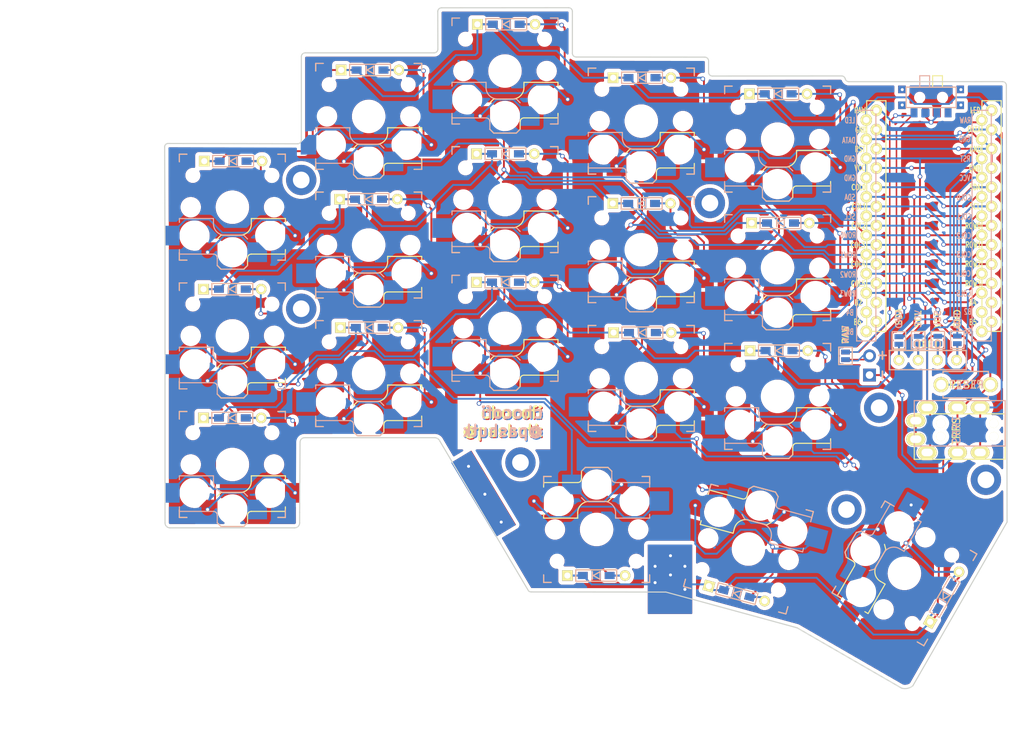
<source format=kicad_pcb>
(kicad_pcb (version 20211014) (generator pcbnew)
  (title_block (title "Corne Light") (date "2018-12-26") (rev "2.1") (company "foostan"))
  (layers (0 "F.Cu" signal) (31 "B.Cu" signal) (34 "B.Paste" user) (35 "F.Paste" user) (36 "B.SilkS" user "B.Silkscreen") (37 "F.SilkS" user "F.Silkscreen") (38 "B.Mask" user) (39 "F.Mask" user) (44 "Edge.Cuts" user))
  (net 0 "")
  (net 1 "row0")
  (net 2 "row1")
  (net 3 "Net-(D2-Pad2)")
  (net 4 "row2")
  (net 5 "Net-(D3-Pad2)")
  (net 6 "row3")
  (net 7 "Net-(D4-Pad2)")
  (net 8 "Net-(D5-Pad2)")
  (net 9 "Net-(D6-Pad2)")
  (net 10 "Net-(D8-Pad2)")
  (net 11 "Net-(D9-Pad2)")
  (net 12 "Net-(D10-Pad2)")
  (net 13 "Net-(D11-Pad2)")
  (net 14 "Net-(D12-Pad2)")
  (net 15 "Net-(D14-Pad2)")
  (net 16 "Net-(D15-Pad2)")
  (net 17 "Net-(D16-Pad2)")
  (net 18 "Net-(D17-Pad2)")
  (net 19 "Net-(D18-Pad2)")
  (net 20 "Net-(D19-Pad2)")
  (net 21 "Net-(D20-Pad2)")
  (net 22 "Net-(D21-Pad2)")
  (net 23 "GND")
  (net 24 "VCC")
  (net 25 "col0")
  (net 26 "col1")
  (net 27 "col2")
  (net 28 "col3")
  (net 29 "col4")
  (net 30 "col5")
  (net 31 "LED")
  (net 32 "data")
  (net 33 "reset")
  (net 34 "SCL")
  (net 35 "SDA")
  (net 36 "Net-(U1-Pad14)")
  (net 37 "Net-(U1-Pad13)")
  (net 38 "Net-(U1-Pad12)")
  (net 39 "Net-(U1-Pad11)")
  (net 40 "Net-(J1-PadA)")
  (net 41 "Net-(U1-Pad24)")
  (net 42 "BAT_PLUS")
  (net 43 "SW_RAW_1")
  (net 44 "SW_RAW_2")
  (footprint "kbd:D3_TH_SMD" (layer "F.Cu") (at 86.0044 64.3128)
    (fp_text reference "D2" hide)
    (fp_text value "D" hide)
  )
  (footprint "kbd:D3_TH_SMD" (layer "F.Cu") (at 104.0892 52.2732)
    (fp_text reference "D3" hide)
    (fp_text value "D" hide)
  )
  (footprint "kbd:D3_TH_SMD" (layer "F.Cu") (at 122.0724 46.228)
    (fp_text reference "D4" hide)
    (fp_text value "D" hide)
  )
  (footprint "kbd:D3_TH_SMD" (layer "F.Cu") (at 140.0048 53.2892)
    (fp_text reference "D5" hide)
    (fp_text value "D" hide)
  )
  (footprint "kbd:D3_TH_SMD" (layer "F.Cu") (at 157.988 55.4228)
    (fp_text reference "D6" hide)
    (fp_text value "D" hide)
  )
  (footprint "kbd:D3_TH_SMD" (layer "F.Cu") (at 85.9028 81.2292)
    (fp_text reference "D8" hide)
    (fp_text value "D" hide)
  )
  (footprint "kbd:D3_TH_SMD" (layer "F.Cu") (at 103.886 69.342)
    (fp_text reference "D9" hide)
    (fp_text value "D" hide)
  )
  (footprint "kbd:D3_TH_SMD" (layer "F.Cu") (at 121.9708 63.3476)
    (fp_text reference "D10" hide)
    (fp_text value "D" hide)
  )
  (footprint "kbd:D3_TH_SMD" (layer "F.Cu") (at 139.954 69.9008)
    (fp_text reference "D11" hide)
    (fp_text value "D" hide)
  )
  (footprint "kbd:D3_TH_SMD" (layer "F.Cu") (at 158.2928 72.4916)
    (fp_text reference "D12" hide)
    (fp_text value "D" hide)
  )
  (footprint "kbd:D3_TH_SMD" (layer "F.Cu") (at 85.9028 98.2472)
    (fp_text reference "D14" hide)
    (fp_text value "D" hide)
  )
  (footprint "kbd:D3_TH_SMD" (layer "F.Cu") (at 103.9876 86.3092)
    (fp_text reference "D15" hide)
    (fp_text value "D" hide)
  )
  (footprint "kbd:D3_TH_SMD" (layer "F.Cu") (at 121.9708 80.3148)
    (fp_text reference "D16" hide)
    (fp_text value "D" hide)
  )
  (footprint "kbd:D3_TH_SMD" (layer "F.Cu") (at 140.0556 86.9696)
    (fp_text reference "D17" hide)
    (fp_text value "D" hide)
  )
  (footprint "kbd:D3_TH_SMD" (layer "F.Cu") (at 158.0896 89.3572)
    (fp_text reference "D18" hide)
    (fp_text value "D" hide)
  )
  (footprint "kbd:D3_TH_SMD" (layer "F.Cu") (at 133.9596 119.0752)
    (fp_text reference "D19" hide)
    (fp_text value "D" hide)
  )
  (footprint "kbd:D3_TH_SMD" (layer "F.Cu") (at 152.514282 121.460596 -15)
    (fp_text reference "D20" hide)
    (fp_text value "D" hide)
  )
  (footprint "kbd:D3_TH_SMD" (layer "F.Cu") (at 179.958166 121.895435 60)
    (fp_text reference "D21" hide)
    (fp_text value "D" hide)
  )
  (footprint "kbd:MJ-4PP-9" (layer "F.Cu") (at 187.96 100.711 -90)
    (fp_text reference "J1")
    (fp_text value "MJ-4PP-9" hide)
  )
  (footprint "keyswitches:Kailh_socket_PG1350_reversible" (layer "F.Cu") (at 85.91 70.4)
    (fp_text reference "SW2" hide)
    (fp_text value "SW_PUSH")
  )
  (footprint "keyswitches:Kailh_socket_PG1350_reversible" (layer "F.Cu") (at 103.91 58.4)
    (fp_text reference "SW3" hide)
    (fp_text value "SW_PUSH")
  )
  (footprint "keyswitches:Kailh_socket_PG1350_reversible" (layer "F.Cu") (at 121.91 52.4)
    (fp_text reference "SW4" hide)
    (fp_text value "SW_PUSH")
  )
  (footprint "keyswitches:Kailh_socket_PG1350_reversible" (layer "F.Cu") (at 139.91 59.02)
    (fp_text reference "SW5" hide)
    (fp_text value "SW_PUSH")
  )
  (footprint "keyswitches:Kailh_socket_PG1350_reversible" (layer "F.Cu") (at 157.91 61.4)
    (fp_text reference "SW6" hide)
    (fp_text value "SW_PUSH")
  )
  (footprint "keyswitches:Kailh_socket_PG1350_reversible" (layer "F.Cu") (at 85.91 87.4)
    (fp_text reference "SW8" hide)
    (fp_text value "SW_PUSH")
  )
  (footprint "keyswitches:Kailh_socket_PG1350_reversible" (layer "F.Cu") (at 103.91 75.4)
    (fp_text reference "SW9" hide)
    (fp_text value "SW_PUSH")
  )
  (footprint "keyswitches:Kailh_socket_PG1350_reversible" (layer "F.Cu") (at 121.91 69.4)
    (fp_text reference "SW10" hide)
    (fp_text value "SW_PUSH")
  )
  (footprint "keyswitches:Kailh_socket_PG1350_reversible" (layer "F.Cu") (at 139.91 76.02)
    (fp_text reference "SW11" hide)
    (fp_text value "SW_PUSH")
  )
  (footprint "keyswitches:Kailh_socket_PG1350_reversible" (layer "F.Cu") (at 157.91 78.4)
    (fp_text reference "SW12" hide)
    (fp_text value "SW_PUSH")
  )
  (footprint "keyswitches:Kailh_socket_PG1350_reversible" (layer "F.Cu") (at 85.91 104.4)
    (fp_text reference "SW14" hide)
    (fp_text value "SW_PUSH")
  )
  (footprint "keyswitches:Kailh_socket_PG1350_reversible" (layer "F.Cu") (at 103.91 92.4)
    (fp_text reference "SW15" hide)
    (fp_text value "SW_PUSH")
  )
  (footprint "keyswitches:Kailh_socket_PG1350_reversible" (layer "F.Cu") (at 121.91 86.4)
    (fp_text reference "SW16" hide)
    (fp_text value "SW_PUSH")
  )
  (footprint "keyswitches:Kailh_socket_PG1350_reversible" (layer "F.Cu") (at 139.91 93.025)
    (fp_text reference "SW17" hide)
    (fp_text value "SW_PUSH")
  )
  (footprint "keyswitches:Kailh_socket_PG1350_reversible" (layer "F.Cu") (at 157.91 95.4)
    (fp_text reference "SW18" hide)
    (fp_text value "SW_PUSH")
  )
  (footprint "keyswitches:Kailh_socket_PG1350_reversible" (layer "F.Cu") (at 134.01 112.99 180)
    (fp_text reference "SW19" hide)
    (fp_text value "SW_PUSH")
  )
  (footprint "keyswitches:Kailh_socket_PG1350_reversible" (layer "F.Cu") (at 154.06 115.58 165)
    (fp_text reference "SW20" hide)
    (fp_text value "SW_PUSH")
  )
  (footprint "keyswitches:Kailh_socket_PG1350_reversible" (layer "F.Cu") (at 174.66 118.79 -120)
    (fp_text reference "SW21" hide)
    (fp_text value "SW_PUSH")
  )
  (footprint "kbd:ProMicro_v2" (layer "F.Cu") (at 178.51 72.0784)
    (fp_text reference "U1" hide)
    (fp_text value "ProMicro" hide)
  )
  (footprint "foostan:Jumper" (layer "F.Cu") (at 179.07 87.9484 -90)
    (fp_text reference "JP65" hide)
    (fp_text value "VCC")
  )
  (footprint "foostan:OLED" (layer "F.Cu") (at 173.93 90.6084)
    (fp_text reference "J2")
    (fp_text value "OLED" hide)
  )
  (footprint "foostan:Jumper" (layer "F.Cu") (at 176.47 87.9684 -90)
    (fp_text reference "JP63" hide)
    (fp_text value "SCL")
  )
  (footprint "foostan:Jumper" (layer "F.Cu") (at 173.93 87.9984 -90)
    (fp_text reference "JP61" hide)
    (fp_text value " SDA")
  )
  (footprint "foostan:Jumper" (layer "F.Cu") (at 181.64 87.9388 -90)
    (fp_text reference "JP68" hide)
    (fp_text value "GND")
  )
  (footprint "kbd:ResetSW" (layer "F.Cu") (at 182.753 93.853)
    (fp_text reference "RSW1" hide)
    (fp_text value "Val**")
  )
  (footprint "kbd:LEGO_HOLE" (layer "F.Cu") (at 171.323 96.901)
    (fp_text reference "h2" hide)
    (fp_text value "h2")
  )
  (footprint "kbd:LEGO_HOLE" (layer "F.Cu") (at 185.42 106.426)
    (fp_text reference "H1" hide)
    (fp_text value "h1")
  )
  (footprint "kbd:LEGO_HOLE" (layer "F.Cu") (at 95 66.802)
    (fp_text reference "h6" hide)
    (fp_text value "h6")
  )
  (footprint "kbd:LEGO_HOLE" (layer "F.Cu") (at 148.971 69.85)
    (fp_text reference "h7" hide)
    (fp_text value "h7")
  )
  (footprint "kbd:LEGO_HOLE" (layer "F.Cu") (at 123.952 104.14)
    (fp_text reference "h4" hide)
    (fp_text value "h4")
  )
  (footprint "kbd:LEGO_HOLE" (layer "F.Cu") (at 167.005 110.363)
    (fp_text reference "h3" hide)
    (fp_text value "h3")
  )
  (footprint "kbd:LEGO_HOLE" (layer "F.Cu") (at 95 83.82)
    (fp_text reference "h5" hide)
    (fp_text value "h5")
  )
  (footprint "foostan:Jumper" (layer "F.Cu") (at 166.878 90.043 -90)
    (fp_text reference "JP61" hide)
    (fp_text value "RAW")
  )
  (footprint "Buttons_Switches:SW_SPDT+H-MSK12C01_hor(7pin_SMD)" (layer "F.Cu") (at 178.181 55.88 180)
    (fp_text reference "SW1")
    (fp_text value "SW_SPDT")
  )
  (footprint "kbd:Battery_TH" (layer "F.Cu") (at 170.053 92.583 180)
    (fp_text reference "J3")
    (fp_text value "Conn_01x02_Female")
  )
  (footprint "foostan:Jumper" (layer "B.Cu") (at 176.48 87.9784 -90)
    (fp_text reference "JP64" hide)
    (fp_text value "VCC")
  )
  (footprint "foostan:Jumper" (layer "B.Cu") (at 173.93 88.008 -90)
    (fp_text reference "JP62" hide)
    (fp_text value "GND")
  )
  (footprint "foostan:Jumper" (layer "B.Cu") (at 181.64 87.9284 -90)
    (fp_text reference "JP6" hide)
    (fp_text value " SDA")
  )
  (footprint "foostan:Jumper" (layer "B.Cu") (at 179.06 87.9484 -90)
    (fp_text reference "JP66" hide)
    (fp_text value "SCL")
  )
  (footprint "Buttons_Switches:SW_SPDT+H-MSK12C01_hor(7pin_SMD)" (layer "B.Cu") (at 178.181 55.88)
    (fp_text reference "SW2")
    (fp_text value "SW_SPDT")
  )
  (footprint "foostan:Jumper" (layer "B.Cu") (at 166.878 90.043 -90)
    (fp_text reference "JP62" hide)
    (fp_text value "RAW")
  )
  (gr_poly (pts (xy 117.44877 102.65492) (xy 123.270245 112.343482) (xy 120.76646 113.847908) (xy 114.944984 104.159346)) (layer "F.Cu") (width 0.15) (fill solid))
  (gr_rect (start 140.843 115.062) (end 146.558 124.079) (layer "F.Cu") (width 0.15) (fill solid))
  (gr_poly (pts (xy 117.407324 102.681189) (xy 123.228799 112.369751) (xy 120.725014 113.874177) (xy 114.903538 104.185615)) (layer "B.Cu") (width 0.15) (fill solid))
  (gr_rect (start 140.843 115.062) (end 146.558 124.079) (layer "B.Cu") (width 0.15) (fill solid))
  (gr_line (start 187.62 53.805) (end 167.3304 53.81502) (layer "Edge.Cuts") (width 0.15))
  (gr_line (start 94.515447 62.020847) (end 77.4192 61.976) (layer "Edge.Cuts") (width 0.15))
  (gr_line (start 175.768 133.6548) (end 188.214 112.014) (layer "Edge.Cuts") (width 0.15))
  (gr_line (start 160.4772 125.984) (end 174.288668 133.9596) (layer "Edge.Cuts") (width 0.15))
  (gr_line (start 125.3744 121.240811) (end 143.1544 121.2596) (layer "Edge.Cuts") (width 0.15))
  (gr_arc (start 166.360498 53.055) (mid 166.676734 53.167708) (end 166.8504 53.45502) (layer "Edge.Cuts") (width 0.15))
  (gr_arc (start 167.3304 53.81502) (mid 167.0304 53.71502) (end 166.8504 53.45502) (layer "Edge.Cuts") (width 0.15))
  (gr_line (start 166.360498 53.055) (end 149.2932 53.06902) (layer "Edge.Cuts") (width 0.15))
  (gr_arc (start 95.015447 61.520847) (mid 94.869 61.8744) (end 94.515447 62.020847) (layer "Edge.Cuts") (width 0.15))
  (gr_arc (start 95.01712 50.50682) (mid 95.163567 50.153267) (end 95.51712 50.00682) (layer "Edge.Cuts") (width 0.15))
  (gr_line (start 130.31 44.0362) (end 113.53 44.049553) (layer "Edge.Cuts") (width 0.15))
  (gr_line (start 130.81 50.0534) (end 130.81 44.5362) (layer "Edge.Cuts") (width 0.15))
  (gr_line (start 148.2932 50.56902) (end 131.31 50.5534) (layer "Edge.Cuts") (width 0.15))
  (gr_line (start 148.7932 52.56902) (end 148.7932 51.06902) (layer "Edge.Cuts") (width 0.15))
  (gr_line (start 95.01712 50.50682) (end 95.015447 61.520847) (layer "Edge.Cuts") (width 0.15))
  (gr_line (start 112.54712 50.00682) (end 95.51712 50.00682) (layer "Edge.Cuts") (width 0.15))
  (gr_line (start 113.03 44.549553) (end 113.04712 49.50682) (layer "Edge.Cuts") (width 0.15))
  (gr_arc (start 113.04712 49.50682) (mid 112.900673 49.860373) (end 112.54712 50.00682) (layer "Edge.Cuts") (width 0.15))
  (gr_arc (start 113.03 44.549553) (mid 113.176447 44.196) (end 113.53 44.049553) (layer "Edge.Cuts") (width 0.15))
  (gr_arc (start 130.31 44.0362) (mid 130.663553 44.182647) (end 130.81 44.5362) (layer "Edge.Cuts") (width 0.15))
  (gr_arc (start 131.31 50.5534) (mid 130.956447 50.406953) (end 130.81 50.0534) (layer "Edge.Cuts") (width 0.15))
  (gr_arc (start 148.2932 50.56902) (mid 148.646753 50.715467) (end 148.7932 51.06902) (layer "Edge.Cuts") (width 0.15))
  (gr_arc (start 149.2932 53.06902) (mid 148.939647 52.922573) (end 148.7932 52.56902) (layer "Edge.Cuts") (width 0.15))
  (gr_arc (start 187.62 53.805) (mid 187.973553 53.951447) (end 188.12 54.305) (layer "Edge.Cuts") (width 0.15))
  (gr_line (start 95.4532 100.862652) (end 112.6236 100.862652) (layer "Edge.Cuts") (width 0.15))
  (gr_line (start 94.7928 110.744) (end 94.8436 101.472252) (layer "Edge.Cuts") (width 0.15))
  (gr_arc (start 112.6236 100.862652) (mid 113.02279 100.980057) (end 113.294857 101.294883) (layer "Edge.Cuts") (width 0.15))
  (gr_arc (start 125.3744 121.240811) (mid 125.184464 121.206306) (end 125.0188 121.1072) (layer "Edge.Cuts") (width 0.15))
  (gr_arc (start 175.768 133.6548) (mid 175.064863 133.984494) (end 174.288668 133.959599) (layer "Edge.Cuts") (width 0.15))
  (gr_line (start 77.0128 93.7768) (end 77.0128 110.744) (layer "Edge.Cuts") (width 0.15))
  (gr_line (start 76.962 62.4332) (end 77.0128 76.708) (layer "Edge.Cuts") (width 0.15))
  (gr_line (start 188.12 54.305) (end 188.214 112.014) (layer "Edge.Cuts") (width 0.15))
  (gr_line (start 94.7928 112.1156) (end 94.7928 110.744) (layer "Edge.Cuts") (width 0.15))
  (gr_arc (start 94.8436 101.472252) (mid 95.022148 101.0412) (end 95.4532 100.862652) (layer "Edge.Cuts") (width 0.15))
  (gr_arc (start 94.7928 112.1156) (mid 94.599373 112.582573) (end 94.1324 112.776) (layer "Edge.Cuts") (width 0.15))
  (gr_line (start 77.0128 112.1156) (end 77.0128 110.744) (layer "Edge.Cuts") (width 0.15))
  (gr_line (start 77.0128 76.708) (end 77.0128 93.7768) (layer "Edge.Cuts") (width 0.15))
  (gr_line (start 113.294857 101.294883) (end 125.0188 121.1072) (layer "Edge.Cuts") (width 0.15))
  (gr_arc (start 76.962 62.4332) (mid 77.095911 62.109911) (end 77.4192 61.976) (layer "Edge.Cuts") (width 0.15))
  (gr_line (start 77.6732 112.776) (end 94.1324 112.776) (layer "Edge.Cuts") (width 0.15))
  (gr_line (start 143.1544 121.2596) (end 160.4772 125.984) (layer "Edge.Cuts") (width 0.15))
  (gr_arc (start 77.6732 112.776) (mid 77.206227 112.582573) (end 77.0128 112.1156) (layer "Edge.Cuts") (width 0.15))
  (gr_text "chocofi\n@pashutk" (at 127.24 98.89) (layer "F.Cu") (effects (font (size 1.5 1.5) (thickness 0.3)) (justify right)))
  (gr_text "chocofi\n@pashutk" (at 127.25 98.89) (layer "B.Cu") (effects (font (size 1.5 1.5) (thickness 0.3)) (justify left mirror)))
  (gr_text "chocofi\n@pashutk" (at 127.13 98.75) (layer "B.SilkS") (effects (font (size 1.5 1.5) (thickness 0.3)) (justify left mirror)))
  (gr_text "chocofi\n@pashutk" (at 127.12 98.75) (layer "F.SilkS") (effects (font (size 1.5 1.5) (thickness 0.3)) (justify right)))
  (gr_text "GND" (at 168.91 60.198) (layer "F.SilkS") (effects (font (size 0.75 0.5) (thickness 0.125))))
  (via (at 121.412 112.014) (size 0.6) (drill 0.4) (layers "F.Cu" "B.Cu") (net 0))
  (via (at 119.253 108.331) (size 0.6) (drill 0.4) (layers "F.Cu" "B.Cu") (net 0))
  (via (at 117.094 104.648) (size 0.6) (drill 0.4) (layers "F.Cu" "B.Cu") (net 0))
  (via (at 143.764 118.999) (size 0.6) (drill 0.4) (layers "F.Cu" "B.Cu") (net 0))
  (via (at 182.118 56.896) (size 0.6) (drill 0.4) (layers "F.Cu" "B.Cu") (net 0))
  (via (at 141.732 120.015) (size 0.6) (drill 0.4) (layers "F.Cu" "B.Cu") (net 0))
  (via (at 145.669 117.856) (size 0.6) (drill 0.4) (layers "F.Cu" "B.Cu") (net 0))
  (via (at 174.371 54.864) (size 0.6) (drill 0.4) (layers "F.Cu" "B.Cu") (net 0))
  (via (at 143.764 116.459) (size 0.6) (drill 0.4) (layers "F.Cu" "B.Cu") (net 0))
  (via (at 174.371 56.896) (size 0.6) (drill 0.4) (layers "F.Cu" "B.Cu") (net 0))
  (via (at 182.118 54.864) (size 0.6) (drill 0.4) (layers "F.Cu" "B.Cu") (net 0))
  (via (at 141.732 117.856) (size 0.6) (drill 0.4) (layers "F.Cu" "B.Cu") (net 0))
  (via (at 145.669 120.904) (size 0.6) (drill 0.4) (layers "F.Cu" "B.Cu") (net 0))
  (segment (start 96.52 53.6448) (end 97.8916 52.2732) (width 0.25) (layer "F.Cu") (net 1))
  (segment (start 118.2624 46.228) (end 120.2974 46.228) (width 0.25) (layer "F.Cu") (net 1))
  (segment (start 154.178 55.4228) (end 156.213 55.4228) (width 0.25) (layer "F.Cu") (net 1))
  (segment (start 138.2298 53.2892) (end 136.1948 53.2892) (width 0.25) (layer "F.Cu") (net 1))
  (segment (start 85.5502 62.992) (end 84.2294 64.3128) (width 0.25) (layer "F.Cu") (net 1))
  (segment (start 167.894 56.515) (end 168.0972 56.7182) (width 0.25) (layer "F.Cu") (net 1))
  (segment (start 183.598 72.8404) (end 182.328 74.1104) (width 0.25) (layer "F.Cu") (net 1))
  (segment (start 168.0972 72.5876) (end 169.62 74.1104) (width 0.25) (layer "F.Cu") (net 1))
  (segment (start 102.3142 52.2732) (end 100.2792 52.2732) (width 0.25) (layer "F.Cu") (net 1))
  (segment (start 96.52 53.6448) (end 96.52 61.849) (width 0.25) (layer "F.Cu") (net 1))
  (segment (start 95.377 62.992) (end 85.5502 62.992) (width 0.25) (layer "F.Cu") (net 1))
  (segment (start 97.8916 52.2732) (end 100.2792 52.2732) (width 0.25) (layer "F.Cu") (net 1))
  (segment (start 96.52 61.849) (end 95.377 62.992) (width 0.25) (layer "F.Cu") (net 1))
  (segment (start 186.1664 72.8404) (end 183.598 72.8404) (width 0.25) (layer "F.Cu") (net 1))
  (segment (start 168.0972 56.7182) (end 168.0972 72.5876) (width 0.25) (layer "F.Cu") (net 1))
  (segment (start 84.2294 64.3128) (end 82.1944 64.3128) (width 0.25) (layer "F.Cu") (net 1))
  (segment (start 182.328 74.1104) (end 177.8 74.1104) (width 0.25) (layer "F.Cu") (net 1))
  (via (at 177.8 74.1104) (size 0.6) (drill 0.4) (layers "F.Cu" "B.Cu") (net 1))
  (via (at 167.894 56.515) (size 0.6) (drill 0.4) (layers "F.Cu" "B.Cu") (net 1))
  (segment (start 102.3142 52.2732) (end 100.2792 52.2732) (width 0.25) (layer "B.Cu") (net 1))
  (segment (start 128.7272 49.7332) (end 132.2832 53.2892) (width 0.25) (layer "B.Cu") (net 1))
  (segment (start 140.8714 55.9308) (end 138.2298 53.2892) (width 0.25) (layer "B.Cu") (net 1))
  (segment (start 152.7215 55.9308) (end 140.8714 55.9308) (width 0.25) (layer "B.Cu") (net 1))
  (segment (start 159.8452 59.055) (end 156.213 55.4228) (width 0.25) (layer "B.Cu") (net 1))
  (segment (start 120.2974 46.228) (end 118.2624 46.228) (width 0.25) (layer "B.Cu") (net 1))
  (segment (start 153.2295 55.4228) (end 152.7215 55.9308) (width 0.25) (layer "B.Cu") (net 1))
  (segment (start 165.354 59.055) (end 159.8452 59.055) (width 0.25) (layer "B.Cu") (net 1))
  (segment (start 118.2624 46.228) (end 118.2624 50.0126) (width 0.25) (layer "B.Cu") (net 1))
  (segment (start 123.8026 49.7332) (end 128.7272 49.7332) (width 0.25) (layer "B.Cu") (net 1))
  (segment (start 154.178 55.4228) (end 153.2295 55.4228) (width 0.25) (layer "B.Cu") (net 1))
  (segment (start 84.2294 64.3128) (end 82.1944 64.3128) (width 0.25) (layer "B.Cu") (net 1))
  (segment (start 118.2624 50.0126) (end 117.983 50.292) (width 0.25) (layer "B.Cu") (net 1))
  (segment (start 132.2832 53.2892) (end 136.1948 53.2892) (width 0.25) (layer "B.Cu") (net 1))
  (segment (start 105.7686 55.7276) (end 102.3142 52.2732) (width 0.25) (layer "B.Cu") (net 1))
  (segment (start 169.62 74.1104) (end 177.8 74.1104) (width 0.25) (layer "B.Cu") (net 1))
  (segment (start 138.2298 53.2892) (end 136.1948 53.2892) (width 0.25) (layer "B.Cu") (net 1))
  (segment (start 117.983 50.292) (end 115.443 50.292) (width 0.25) (layer "B.Cu") (net 1))
  (segment (start 110.0074 55.7276) (end 105.7686 55.7276) (width 0.25) (layer "B.Cu") (net 1))
  (segment (start 115.443 50.292) (end 110.0074 55.7276) (width 0.25) (layer "B.Cu") (net 1))
  (segment (start 156.213 55.4228) (end 154.178 55.4228) (width 0.25) (layer "B.Cu") (net 1))
  (segment (start 120.2974 46.228) (end 123.8026 49.7332) (width 0.25) (layer "B.Cu") (net 1))
  (segment (start 167.894 56.515) (end 165.354 59.055) (width 0.25) (layer "B.Cu") (net 1))
  (segment (start 186.1664 75.3804) (end 183.852 75.3804) (width 0.25) (layer "F.Cu") (net 2))
  (segment (start 182.582 76.6504) (end 177.8 76.6504) (width 0.25) (layer "F.Cu") (net 2))
  (segment (start 138.179 69.9008) (end 136.144 69.9008) (width 0.25) (layer "F.Cu") (net 2))
  (segment (start 183.852 75.3804) (end 182.582 76.6504) (width 0.25) (layer "F.Cu") (net 2))
  (segment (start 102.111 69.342) (end 100.076 69.342) (width 0.25) (layer "F.Cu") (net 2))
  (segment (start 120.1958 63.3476) (end 118.1608 63.3476) (width 0.25) (layer "F.Cu") (net 2))
  (segment (start 84.1278 81.2292) (end 82.0928 81.2292) (width 0.25) (layer "F.Cu") (net 2))
  (segment (start 156.5178 72.4916) (end 154.4828 72.4916) (width 0.25) (layer "F.Cu") (net 2))
  (via (at 177.8 76.6504) (size 0.6) (drill 0.4) (layers "F.Cu" "B.Cu") (net 2))
  (segment (start 164.071887 76.110969) (end 164.668918 76.708) (width 0.25) (layer "B.Cu") (net 2))
  (segment (start 138.179 69.9008) (end 136.144 69.9008) (width 0.25) (layer "B.Cu") (net 2))
  (segment (start 115.062 67.4624) (end 112.776 69.7484) (width 0.25) (layer "B.Cu") (net 2))
  (segment (start 120.1958 63.3476) (end 120.1958 64.6146) (width 0.25) (layer "B.Cu") (net 2))
  (segment (start 169.62 76.6504) (end 177.8 76.6504) (width 0.25) (layer "B.Cu") (net 2))
  (segment (start 86.5662 78.7908) (end 91.8464 78.7908) (width 0.25) (layer "B.Cu") (net 2))
  (segment (start 160.137169 76.110969) (end 164.071887 76.110969) (width 0.25) (layer "B.Cu") (net 2))
  (segment (start 100.076 72.644) (end 100.076 69.342) (width 0.25) (layer "B.Cu") (net 2))
  (segment (start 102.111 69.342) (end 100.076 69.342) (width 0.25) (layer "B.Cu") (net 2))
  (segment (start 121.7168 66.7004) (end 119.9134 64.897) (width 0.25) (layer "B.Cu") (net 2))
  (segment (start 97.3836 73.2536) (end 99.4664 73.2536) (width 0.25) (layer "B.Cu") (net 2))
  (segment (start 112.776 69.7484) (end 112.776 70.358) (width 0.25) (layer "B.Cu") (net 2))
  (segment (start 154.4828 72.4916) (end 152.5524 72.4916) (width 0.25) (layer "B.Cu") (net 2))
  (segment (start 110.236 72.898) (end 105.667 72.898) (width 0.25) (layer "B.Cu") (net 2))
  (segment (start 133.59632 67.35312) (end 125.16352 67.35312) (width 0.25) (layer "B.Cu") (net 2))
  (segment (start 84.1278 81.2292) (end 86.5662 78.7908) (width 0.25) (layer "B.Cu") (net 2))
  (segment (start 136.144 69.9008) (end 133.59632 67.35312) (width 0.25) (layer "B.Cu") (net 2))
  (segment (start 119.9134 64.897) (end 117.348 67.4624) (width 0.25) (layer "B.Cu") (net 2))
  (segment (start 151.07152 73.97248) (end 142.25068 73.97248) (width 0.25) (layer "B.Cu") (net 2))
  (segment (start 112.776 70.358) (end 110.236 72.898) (width 0.25) (layer "B.Cu") (net 2))
  (segment (start 120.1958 64.6146) (end 119.9134 64.897) (width 0.25) (layer "B.Cu") (net 2))
  (segment (start 105.667 72.898) (end 102.111 69.342) (width 0.25) (layer "B.Cu") (net 2))
  (segment (start 99.4664 73.2536) (end 100.076 72.644) (width 0.25) (layer "B.Cu") (net 2))
  (segment (start 169.5624 76.708) (end 169.62 76.6504) (width 0.25) (layer "B.Cu") (net 2))
  (segment (start 91.8464 78.7908) (end 97.3836 73.2536) (width 0.25) (layer "B.Cu") (net 2))
  (segment (start 156.5178 72.4916) (end 154.4828 72.4916) (width 0.25) (layer "B.Cu") (net 2))
  (segment (start 125.16352 67.35312) (end 124.5108 66.7004) (width 0.25) (layer "B.Cu") (net 2))
  (segment (start 142.25068 73.97248) (end 138.179 69.9008) (width 0.25) (layer "B.Cu") (net 2))
  (segment (start 120.1958 63.3476) (end 118.1608 63.3476) (width 0.25) (layer "B.Cu") (net 2))
  (segment (start 124.5108 66.7004) (end 121.7168 66.7004) (width 0.25) (layer "B.Cu") (net 2))
  (segment (start 152.5524 72.4916) (end 151.07152 73.97248) (width 0.25) (layer "B.Cu") (net 2))
  (segment (start 84.1278 81.2292) (end 82.0928 81.2292) (width 0.25) (layer "B.Cu") (net 2))
  (segment (start 156.5178 72.4916) (end 160.137169 76.110969) (width 0.25) (layer "B.Cu") (net 2))
  (segment (start 117.348 67.4624) (end 115.062 67.4624) (width 0.25) (layer "B.Cu") (net 2))
  (segment (start 164.668918 76.708) (end 169.5624 76.708) (width 0.25) (layer "B.Cu") (net 2))
  (segment (start 89.662 66.294) (end 89.662 64.4652) (width 0.25) (layer "F.Cu") (net 3))
  (segment (start 93.726 70.358) (end 89.662 66.294) (width 0.25) (layer "F.Cu") (net 3))
  (segment (start 93.726 73.691) (end 93.726 70.358) (width 0.25) (layer "F.Cu") (net 3))
  (segment (start 94.185 74.15) (end 93.726 73.691) (width 0.25) (layer "F.Cu") (net 3))
  (segment (start 89.662 64.4652) (end 89.8144 64.3128) (width 0.25) (layer "F.Cu") (net 3))
  (segment (start 87.7794 64.3128) (end 89.8144 64.3128) (width 0.25) (layer "F.Cu") (net 3))
  (via (at 94.185 74.15) (size 0.6) (drill 0.4) (layers "F.Cu" "B.Cu") (net 3))
  (segment (start 89.7636 72.0852) (end 92.1202 72.0852) (width 0.25) (layer "B.Cu") (net 3))
  (segment (start 77.635 74.15) (end 79.7506 72.0344) (width 0.25) (layer "B.Cu") (net 3))
  (segment (start 88.07952 73.76928) (end 89.7636 72.0852) (width 0.25) (layer "B.Cu") (net 3))
  (segment (start 82.845123 72.0344) (end 84.580003 73.76928) (width 0.25) (layer "B.Cu") (net 3))
  (segment (start 84.580003 73.76928) (end 88.07952 73.76928) (width 0.25) (layer "B.Cu") (net 3))
  (segment (start 79.7506 72.0344) (end 82.845123 72.0344) (width 0.25) (layer "B.Cu") (net 3))
  (segment (start 87.7794 64.3128) (end 89.8144 64.3128) (width 0.25) (layer "B.Cu") (net 3))
  (segment (start 92.1202 72.0852) (end 94.185 74.15) (width 0.25) (layer "B.Cu") (net 3))
  (segment (start 156.3146 89.3572) (end 154.2796 89.3572) (width 0.25) (layer "F.Cu") (net 4))
  (segment (start 174.625 83.693) (end 174.625 79.248) (width 0.25) (layer "F.Cu") (net 4))
  (segment (start 182.836 79.1904) (end 177.8 79.1904) (width 0.25) (layer "F.Cu") (net 4))
  (segment (start 84.1278 98.2472) (end 82.0928 98.2472) (width 0.25) (layer "F.Cu") (net 4))
  (segment (start 184.106 77.9204) (end 182.836 79.1904) (width 0.25) (layer "F.Cu") (net 4))
  (segment (start 138.2806 86.9696) (end 136.2456 86.9696) (width 0.25) (layer "F.Cu") (net 4))
  (segment (start 186.1664 77.9204) (end 184.106 77.9204) (width 0.25) (layer "F.Cu") (net 4))
  (segment (start 120.1958 80.3148) (end 118.1608 80.3148) (width 0.25) (layer "F.Cu") (net 4))
  (segment (start 102.2126 86.3092) (end 100.1776 86.3092) (width 0.25) (layer "F.Cu") (net 4))
  (via (at 174.625 79.248) (size 0.6) (drill 0.4) (layers "F.Cu" "B.Cu") (net 4))
  (via (at 177.8 79.1904) (size 0.6) (drill 0.4) (layers "F.Cu" "B.Cu") (net 4))
  (via (at 174.625 83.693) (size 0.6) (drill 0.4) (layers "F.Cu" "B.Cu") (net 4))
  (segment (start 160.714911 93.757511) (end 168.306511 93.757511) (width 0.25) (layer "B.Cu") (net 4))
  (segment (start 97.0788 90.0176) (end 92.456 94.6404) (width 0.25) (layer "B.Cu") (net 4))
  (segment (start 102.2126 87.7794) (end 99.9744 90.0176) (width 0.25) (layer "B.Cu") (net 4))
  (segment (start 172.72 92.583) (end 172.72 86.868) (width 0.25) (layer "B.Cu") (net 4))
  (segment (start 138.2806 86.9696) (end 136.2456 86.9696) (width 0.25) (layer "B.Cu") (net 4))
  (segment (start 92.456 94.6404) (end 92.456 96.0628) (width 0.25) (layer "B.Cu") (net 4))
  (segment (start 130.4544 86.9696) (end 126.9492 83.4644) (width 0.25) (layer "B.Cu") (net 4))
  (segment (start 173.482 86.106) (end 174.625 84.963) (width 0.25) (layer "B.Cu") (net 4))
  (segment (start 168.656 94.107) (end 171.196 94.107) (width 0.25) (layer "B.Cu") (net 4))
  (segment (start 123.3454 83.4644) (end 120.1958 80.3148) (width 0.25) (layer "B.Cu") (net 4))
  (segment (start 102.2126 86.3092) (end 102.2126 87.7794) (width 0.25) (layer "B.Cu") (net 4))
  (segment (start 145.9992 90.3732) (end 141.6842 90.3732) (width 0.25) (layer "B.Cu") (net 4))
  (segment (start 109.8296 90.1192) (end 106.0226 90.1192) (width 0.25) (layer "B.Cu") (net 4))
  (segment (start 85.5502 96.8248) (end 84.1278 98.2472) (width 0.25) (layer "B.Cu") (net 4))
  (segment (start 172.72 86.868) (end 173.482 86.106) (width 0.25) (layer "B.Cu") (net 4))
  (segment (start 120.1958 80.3148) (end 118.1608 80.3148) (width 0.25) (layer "B.Cu") (net 4))
  (segment (start 156.3146 89.3572) (end 160.714911 93.757511) (width 0.25) (layer "B.Cu") (net 4))
  (segment (start 141.6842 90.3732) (end 138.2806 86.9696) (width 0.25) (layer "B.Cu") (net 4))
  (segment (start 120.1958 82.6486) (end 118.3132 84.5312) (width 0.25) (layer "B.Cu") (net 4))
  (segment (start 99.9744 90.0176) (end 97.0788 90.0176) (width 0.25) (layer "B.Cu") (net 4))
  (segment (start 92.456 96.0628) (end 91.694 96.8248) (width 0.25) (layer "B.Cu") (net 4))
  (segment (start 84.1278 98.2472) (end 82.0928 98.2472) (width 0.25) (layer "B.Cu") (net 4))
  (segment (start 91.694 96.8248) (end 85.5502 96.8248) (width 0.25) (layer "B.Cu") (net 4))
  (segment (start 115.4176 84.5312) (end 109.8296 90.1192) (width 0.25) (layer "B.Cu") (net 4))
  (segment (start 169.62 79.1904) (end 177.8 79.1904) (width 0.25) (layer "B.Cu") (net 4))
  (segment (start 118.3132 84.5312) (end 115.4176 84.5312) (width 0.25) (layer "B.Cu") (net 4))
  (segment (start 156.3146 89.3572) (end 154.2796 89.3572) (width 0.25) (layer "B.Cu") (net 4))
  (segment (start 136.2456 86.9696) (end 130.4544 86.9696) (width 0.25) (layer "B.Cu") (net 4))
  (segment (start 120.1958 80.3148) (end 120.1958 82.6486) (width 0.25) (layer "B.Cu") (net 4))
  (segment (start 171.196 94.107) (end 172.72 92.583) (width 0.25) (layer "B.Cu") (net 4))
  (segment (start 174.625 84.963) (end 174.625 83.693) (width 0.25) (layer "B.Cu") (net 4))
  (segment (start 147.0152 89.3572) (end 145.9992 90.3732) (width 0.25) (layer "B.Cu") (net 4))
  (segment (start 154.2796 89.3572) (end 147.0152 89.3572) (width 0.25) (layer "B.Cu") (net 4))
  (segment (start 102.2126 86.3092) (end 100.1776 86.3092) (width 0.25) (layer "B.Cu") (net 4))
  (segment (start 126.9492 83.4644) (end 123.3454 83.4644) (width 0.25) (layer "B.Cu") (net 4))
  (segment (start 168.306511 93.757511) (end 168.656 94.107) (width 0.25) (layer "B.Cu") (net 4))
  (segment (start 106.0226 90.1192) (end 102.2126 86.3092) (width 0.25) (layer "B.Cu") (net 4))
  (segment (start 111.1504 61.1154) (end 112.185 62.15) (width 0.25) (layer "F.Cu") (net 5))
  (segment (start 105.8642 52.2732) (end 107.8992 52.2732) (width 0.25) (layer "F.Cu") (net 5))
  (segment (start 111.1504 52.3748) (end 111.1504 61.1154) (width 0.25) (layer "F.Cu") (net 5))
  (via (at 112.185 62.15) (size 0.6) (drill 0.4) (layers "F.Cu" "B.Cu") (net 5))
  (via (at 111.1504 52.3748) (size 0.6) (drill 0.4) (layers "F.Cu" "B.Cu") (net 5))
  (segment (start 101.266257 61.3664) (end 106.8832 61.3664) (width 0.25) (layer "B.Cu") (net 5))
  (segment (start 106.8832 61.3664) (end 108.1024 60.1472) (width 0.25) (layer "B.Cu") (net 5))
  (segment (start 105.8642 52.2732) (end 107.8992 52.2732) (width 0.25) (layer "B.Cu") (net 5))
  (segment (start 107.8992 52.2732) (end 111.0488 52.2732) (width 0.25) (layer "B.Cu") (net 5))
  (segment (start 97.6378 60.1472) (end 100.047057 60.1472) (width 0.25) (layer "B.Cu") (net 5))
  (segment (start 95.635 62.15) (end 97.6378 60.1472) (width 0.25) (layer "B.Cu") (net 5))
  (segment (start 110.1822 60.1472) (end 112.185 62.15) (width 0.25) (layer "B.Cu") (net 5))
  (segment (start 100.047057 60.1472) (end 101.266257 61.3664) (width 0.25) (layer "B.Cu") (net 5))
  (segment (start 108.1024 60.1472) (end 110.1822 60.1472) (width 0.25) (layer "B.Cu") (net 5))
  (segment (start 111.0488 52.2732) (end 111.1504 52.3748) (width 0.25) (layer "B.Cu") (net 5))
  (segment (start 185.983401 80.643399) (end 186.1664 80.4604) (width 0.25) (layer "F.Cu") (net 6))
  (segment (start 183.923001 80.643399) (end 185.983401 80.643399) (width 0.25) (layer "F.Cu") (net 6))
  (segment (start 177.8 81.7304) (end 182.836 81.7304) (width 0.25) (layer "F.Cu") (net 6))
  (segment (start 180.975 101.092) (end 179.7812 102.2858) (width 0.25) (layer "F.Cu") (net 6))
  (segment (start 180.975 98.679) (end 180.975 101.092) (width 0.25) (layer "F.Cu") (net 6))
  (segment (start 179.7812 102.2858) (end 179.7812 112.776) (width 0.25) (layer "F.Cu") (net 6))
  (segment (start 179.8828 95.9612) (end 179.8828 97.5868) (width 0.25) (layer "F.Cu") (net 6))
  (segment (start 150.799764 121.001192) (end 149.360802 121.001192) (width 0.25) (layer "F.Cu") (net 6))
  (segment (start 179.7812 112.776) (end 179.197 113.3602) (width 0.25) (layer "F.Cu") (net 6))
  (segment (start 182.836 81.7304) (end 183.923001 80.643399) (width 0.25) (layer "F.Cu") (net 6))
  (segment (start 179.070666 124.177492) (end 178.053166 125.194992) (width 0.25) (layer "F.Cu") (net 6))
  (segment (start 179.197 119.634) (end 179.070666 119.760334) (width 0.25) (layer "F.Cu") (net 6))
  (segment (start 179.197 113.3602) (end 179.197 119.634) (width 0.25) (layer "F.Cu") (net 6))
  (segment (start 149.360802 121.001192) (end 148.834105 120.474495) (width 0.25) (layer "F.Cu") (net 6))
  (segment (start 183.642 92.202) (end 179.8828 95.9612) (width 0.25) (layer "F.Cu") (net 6))
  (segment (start 179.070666 123.43263) (end 179.070666 124.177492) (width 0.25) (layer "F.Cu") (net 6))
  (segment (start 179.8828 97.5868) (end 180.975 98.679) (width 0.25) (layer "F.Cu") (net 6))
  (segment (start 132.1846 119.0752) (end 130.1496 119.0752) (width 0.25) (layer "F.Cu") (net 6))
  (segment (start 179.070666 119.760334) (end 179.070666 123.43263) (width 0.25) (layer "F.Cu") (net 6))
  (segment (start 183.642 91.186) (end 183.642 92.202) (width 0.25) (layer "F.Cu") (net 6))
  (via (at 183.0324 81.534) (size 0.6) (drill 0.4) (layers "F.Cu" "B.Cu") (net 6))
  (via (at 177.8 81.7304) (size 0.6) (drill 0.4) (layers "F.Cu" "B.Cu") (net 6))
  (via (at 183.642 91.186) (size 0.6) (drill 0.4) (layers "F.Cu" "B.Cu") (net 6))
  (segment (start 133.353 120.2436) (end 132.1846 119.0752) (width 0.25) (layer "B.Cu") (net 6))
  (segment (start 178.053166 124.45013) (end 179.070666 123.43263) (width 0.25) (layer "B.Cu") (net 6))
  (segment (start 152.420956 119.38) (end 163.068 119.38) (width 0.25) (layer "B.Cu") (net 6))
  (segment (start 169.62 81.7304) (end 177.8 81.7304) (width 0.25) (layer "B.Cu") (net 6))
  (segment (start 176.403 126.873) (end 178.053166 125.222834) (width 0.25) (layer "B.Cu") (net 6))
  (segment (start 183.5912 91.1352) (end 183.642 91.186) (width 0.25) (layer "B.Cu") (net 6))
  (segment (start 150.799764 121.001192) (end 149.360802 121.001192) (width 0.25) (layer "B.Cu") (net 6))
  (segment (start 183.0324 86.2584) (end 183.5912 86.8172) (width 0.25) (layer "B.Cu") (net 6))
  (segment (start 170.561 126.873) (end 176.403 126.873) (width 0.25) (layer "B.Cu") (net 6))
  (segment (start 178.053166 125.194992) (end 178.053166 124.45013) (width 0.25) (layer "B.Cu") (net 6))
  (segment (start 150.799764 121.001192) (end 152.420956 119.38) (width 0.25) (layer "B.Cu") (net 6))
  (segment (start 149.360802 121.001192) (end 148.834105 120.474495) (width 0.25) (layer "B.Cu") (net 6))
  (segment (start 148.834105 120.474495) (end 148.60321 120.2436) (width 0.25) (layer "B.Cu") (net 6))
  (segment (start 148.60321 120.2436) (end 133.353 120.2436) (width 0.25) (layer "B.Cu") (net 6))
  (segment (start 132.1846 119.0752) (end 130.1496 119.0752) (width 0.25) (layer "B.Cu") (net 6))
  (segment (start 163.068 119.38) (end 170.561 126.873) (width 0.25) (layer "B.Cu") (net 6))
  (segment (start 183.0324 81.534) (end 183.0324 86.2584) (width 0.25) (layer "B.Cu") (net 6))
  (segment (start 178.053166 125.222834) (end 178.053166 125.194992) (width 0.25) (layer "B.Cu") (net 6))
  (segment (start 183.5912 86.8172) (end 183.5912 91.1352) (width 0.25) (layer "B.Cu") (net 6))
  (segment (start 129.794 46.736) (end 129.794 55.759) (width 0.25) (layer "F.Cu") (net 7))
  (segment (start 129.794 55.759) (end 130.185 56.15) (width 0.25) (layer "F.Cu") (net 7))
  (segment (start 129.3876 46.3296) (end 129.794 46.736) (width 0.25) (layer "F.Cu") (net 7))
  (segment (start 123.8474 46.228) (end 125.8824 46.228) (width 0.25) (layer "F.Cu") (net 7))
  (via (at 129.3876 46.3296) (size 0.6) (drill 0.4) (layers "F.Cu" "B.Cu") (net 7))
  (via (at 130.185 56.15) (size 0.6) (drill 0.4) (layers "F.Cu" "B.Cu") (net 7))
  (segment (start 113.635 56.15) (end 115.683 54.102) (width 0.25) (layer "B.Cu") (net 7))
  (segment (start 117.7544 54.102) (end 118.9736 55.3212) (width 0.25) (layer "B.Cu") (net 7))
  (segment (start 129.3876 46.3296) (end 129.286 46.228) (width 0.25) (layer "B.Cu") (net 7))
  (segment (start 115.683 54.102) (end 117.7544 54.102) (width 0.25) (layer "B.Cu") (net 7))
  (segment (start 125.7808 54.2036) (end 128.2386 54.2036) (width 0.25) (layer "B.Cu") (net 7))
  (segment (start 118.9736 55.3212) (end 124.6632 55.3212) (width 0.25) (layer "B.Cu") (net 7))
  (segment (start 124.6632 55.3212) (end 125.7808 54.2036) (width 0.25) (layer "B.Cu") (net 7))
  (segment (start 125.8824 46.228) (end 123.8474 46.228) (width 0.25) (layer "B.Cu") (net 7))
  (segment (start 128.2386 54.2036) (end 130.185 56.15) (width 0.25) (layer "B.Cu") (net 7))
  (segment (start 129.286 46.228) (end 125.8824 46.228) (width 0.25) (layer "B.Cu") (net 7))
  (segment (start 148.185 53.5954) (end 148.185 62.77) (width 0.25) (layer "F.Cu") (net 8))
  (segment (start 148.0312 53.4416) (end 148.185 53.5954) (width 0.25) (layer "F.Cu") (net 8))
  (segment (start 141.7798 53.2892) (end 143.8148 53.2892) (width 0.25) (layer "F.Cu") (net 8))
  (via (at 148.0312 53.4416) (size 0.6) (drill 0.4) (layers "F.Cu" "B.Cu") (net 8))
  (via (at 148.185 62.77) (size 0.6) (drill 0.4) (layers "F.Cu" "B.Cu") (net 8))
  (segment (start 147.8788 53.2892) (end 148.0312 53.4416) (width 0.25) (layer "B.Cu") (net 8))
  (segment (start 142.1384 62.3824) (end 143.8148 60.706) (width 0.25) (layer "B.Cu") (net 8))
  (segment (start 143.8148 60.706) (end 146.121 60.706) (width 0.25) (layer "B.Cu") (net 8))
  (segment (start 133.699 60.706) (end 136.0424 60.706) (width 0.25) (layer "B.Cu") (net 8))
  (segment (start 143.8148 53.2892) (end 147.8788 53.2892) (width 0.25) (layer "B.Cu") (net 8))
  (segment (start 137.7188 62.3824) (end 142.1384 62.3824) (width 0.25) (layer "B.Cu") (net 8))
  (segment (start 131.635 62.77) (end 133.699 60.706) (width 0.25) (layer "B.Cu") (net 8))
  (segment (start 136.0424 60.706) (end 137.7188 62.3824) (width 0.25) (layer "B.Cu") (net 8))
  (segment (start 146.121 60.706) (end 148.185 62.77) (width 0.25) (layer "B.Cu") (net 8))
  (segment (start 141.7798 53.2892) (end 143.8148 53.2892) (width 0.25) (layer "B.Cu") (net 8))
  (segment (start 166.185 55.5934) (end 166.116 55.5244) (width 0.25) (layer "F.Cu") (net 9))
  (segment (start 159.763 55.4228) (end 161.798 55.4228) (width 0.25) (layer "F.Cu") (net 9))
  (segment (start 166.185 65.15) (end 166.185 55.5934) (width 0.25) (layer "F.Cu") (net 9))
  (via (at 166.116 55.5244) (size 0.6) (drill 0.4) (layers "F.Cu" "B.Cu") (net 9))
  (via (at 166.185 65.15) (size 0.6) (drill 0.4) (layers "F.Cu" "B.Cu") (net 9))
  (segment (start 160.6296 62.8904) (end 163.9254 62.8904) (width 0.25) (layer "B.Cu") (net 9))
  (segment (start 151.6914 63.0936) (end 155.956 63.0936) (width 0.25) (layer "B.Cu") (net 9))
  (segment (start 155.956 63.0936) (end 156.7688 63.9064) (width 0.25) (layer "B.Cu") (net 9))
  (segment (start 166.0144 55.4228) (end 161.798 55.4228) (width 0.25) (layer "B.Cu") (net 9))
  (segment (start 166.116 55.5244) (end 166.0144 55.4228) (width 0.25) (layer "B.Cu") (net 9))
  (segment (start 156.7688 63.9064) (end 159.6136 63.9064) (width 0.25) (layer "B.Cu") (net 9))
  (segment (start 159.6136 63.9064) (end 160.6296 62.8904) (width 0.25) (layer "B.Cu") (net 9))
  (segment (start 163.9254 62.8904) (end 166.185 65.15) (width 0.25) (layer "B.Cu") (net 9))
  (segment (start 161.798 55.4228) (end 159.763 55.4228) (width 0.25) (layer "B.Cu") (net 9))
  (segment (start 149.635 65.15) (end 151.6914 63.0936) (width 0.25) (layer "B.Cu") (net 9))
  (segment (start 87.6778 81.2292) (end 89.7128 81.2292) (width 0.25) (layer "F.Cu") (net 10))
  (segment (start 94.185 87.708) (end 94.185 91.15) (width 0.25) (layer "F.Cu") (net 10))
  (segment (start 90.932 84.455) (end 94.185 87.708) (width 0.25) (layer "F.Cu") (net 10))
  (segment (start 89.662 84.455) (end 90.932 84.455) (width 0.25) (layer "F.Cu") (net 10))
  (via (at 94.185 91.15) (size 0.6) (drill 0.4) (layers "F.Cu" "B.Cu") (net 10))
  (via (at 89.662 84.455) (size 0.6) (drill 0.4) (layers "F.Cu" "B.Cu") (net 10))
  (segment (start 79.7326 89.0524) (end 82.1436 89.0524) (width 0.25) (layer "B.Cu") (net 10))
  (segment (start 87.6778 81.2292) (end 89.7128 81.2292) (width 0.25) (layer "B.Cu") (net 10))
  (segment (start 83.7692 90.678) (end 88.138 90.678) (width 0.25) (layer "B.Cu") (net 10))
  (segment (start 89.860511 88.955489) (end 91.990489 88.955489) (width 0.25) (layer "B.Cu") (net 10))
  (segment (start 91.990489 88.955489) (end 94.185 91.15) (width 0.25) (layer "B.Cu") (net 10))
  (segment (start 82.1436 89.0524) (end 83.7692 90.678) (width 0.25) (layer "B.Cu") (net 10))
  (segment (start 89.662 81.28) (end 89.7128 81.2292) (width 0.25) (layer "B.Cu") (net 10))
  (segment (start 77.635 91.15) (end 79.7326 89.0524) (width 0.25) (layer "B.Cu") (net 10))
  (segment (start 88.138 90.678) (end 89.860511 88.955489) (width 0.25) (layer "B.Cu") (net 10))
  (segment (start 89.662 84.455) (end 89.662 81.28) (width 0.25) (layer "B.Cu") (net 10))
  (segment (start 111.76 70.2056) (end 112.185 70.6306) (width 0.25) (layer "F.Cu") (net 11))
  (segment (start 105.661 69.342) (end 107.696 69.342) (width 0.25) (layer "F.Cu") (net 11))
  (segment (start 112.185 70.6306) (end 112.185 79.15) (width 0.25) (layer "F.Cu") (net 11))
  (via (at 112.185 79.15) (size 0.6) (drill 0.4) (layers "F.Cu" "B.Cu") (net 11))
  (via (at 111.76 70.2056) (size 0.6) (drill 0.4) (layers "F.Cu" "B.Cu") (net 11))
  (segment (start 110.1494 77.1144) (end 112.185 79.15) (width 0.25) (layer "B.Cu") (net 11))
  (segment (start 106.426 78.3336) (end 107.6452 77.1144) (width 0.25) (layer "B.Cu") (net 11))
  (segment (start 101.6 78.3336) (end 106.426 78.3336) (width 0.25) (layer "B.Cu") (net 11))
  (segment (start 100.2792 77.0128) (end 101.6 78.3336) (width 0.25) (layer "B.Cu") (net 11))
  (segment (start 97.7722 77.0128) (end 100.2792 77.0128) (width 0.25) (layer "B.Cu") (net 11))
  (segment (start 107.6452 77.1144) (end 110.1494 77.1144) (width 0.25) (layer "B.Cu") (net 11))
  (segment (start 110.8964 69.342) (end 111.76 70.2056) (width 0.25) (layer "B.Cu") (net 11))
  (segment (start 107.696 69.342) (end 105.661 69.342) (width 0.25) (layer "B.Cu") (net 11))
  (segment (start 107.696 69.342) (end 110.8964 69.342) (width 0.25) (layer "B.Cu") (net 11))
  (segment (start 95.635 79.15) (end 97.7722 77.0128) (width 0.25) (layer "B.Cu") (net 11))
  (segment (start 130.185 64.3482) (end 130.185 73.15) (width 0.25) (layer "F.Cu") (net 12))
  (segment (start 123.7458 63.3476) (end 125.7808 63.3476) (width 0.25) (layer "F.Cu") (net 12))
  (segment (start 129.4892 63.6524) (end 130.185 64.3482) (width 0.25) (layer "F.Cu") (net 12))
  (via (at 130.185 73.15) (size 0.6) (drill 0.4) (layers "F.Cu" "B.Cu") (net 12))
  (via (at 129.4892 63.6524) (size 0.6) (drill 0.4) (layers "F.Cu" "B.Cu") (net 12))
  (segment (start 119.6848 72.644) (end 124.1552 72.644) (width 0.25) (layer "B.Cu") (net 12))
  (segment (start 113.635 73.15) (end 115.8174 70.9676) (width 0.25) (layer "B.Cu") (net 12))
  (segment (start 125.7808 63.3476) (end 129.1844 63.3476) (width 0.25) (layer "B.Cu") (net 12))
  (segment (start 118.0084 70.9676) (end 119.6848 72.644) (width 0.25) (layer "B.Cu") (net 12))
  (segment (start 124.1552 72.644) (end 125.8316 70.9676) (width 0.25) (layer "B.Cu") (net 12))
  (segment (start 128.0026 70.9676) (end 130.185 73.15) (width 0.25) (layer "B.Cu") (net 12))
  (segment (start 125.8316 70.9676) (end 128.0026 70.9676) (width 0.25) (layer "B.Cu") (net 12))
  (segment (start 115.8174 70.9676) (end 118.0084 70.9676) (width 0.25) (layer "B.Cu") (net 12))
  (segment (start 123.7458 63.3476) (end 125.7808 63.3476) (width 0.25) (layer "B.Cu") (net 12))
  (segment (start 129.1844 63.3476) (end 129.4892 63.6524) (width 0.25) (layer "B.Cu") (net 12))
  (segment (start 143.764 69.9008) (end 143.764 73.152) (width 0.25) (layer "F.Cu") (net 13))
  (segment (start 148.185 75.033) (end 148.185 79.77) (width 0.25) (layer "F.Cu") (net 13))
  (segment (start 144.653 74.041) (end 147.193 74.041) (width 0.25) (layer "F.Cu") (net 13))
  (segment (start 147.193 74.041) (end 148.185 75.033) (width 0.25) (layer "F.Cu") (net 13))
  (segment (start 143.764 73.152) (end 144.653 74.041) (width 0.25) (layer "F.Cu") (net 13))
  (segment (start 141.729 69.9008) (end 143.764 69.9008) (width 0.25) (layer "F.Cu") (net 13))
  (via (at 148.185 79.77) (size 0.6) (drill 0.4) (layers "F.Cu" "B.Cu") (net 13))
  (segment (start 146.139 77.724) (end 148.185 79.77) (width 0.25) (layer "B.Cu") (net 13))
  (segment (start 142.18152 79.25568) (end 143.7132 77.724) (width 0.25) (layer "B.Cu") (net 13))
  (segment (start 141.729 69.9008) (end 143.764 69.9008) (width 0.25) (layer "B.Cu") (net 13))
  (segment (start 131.635 79.77) (end 133.7826 77.6224) (width 0.25) (layer "B.Cu") (net 13))
  (segment (start 133.7826 77.6224) (end 137.080323 77.6224) (width 0.25) (layer "B.Cu") (net 13))
  (segment (start 137.080323 77.6224) (end 138.713603 79.25568) (width 0.25) (layer "B.Cu") (net 13))
  (segment (start 143.7132 77.724) (end 146.139 77.724) (width 0.25) (layer "B.Cu") (net 13))
  (segment (start 138.713603 79.25568) (end 142.18152 79.25568) (width 0.25) (layer "B.Cu") (net 13))
  (segment (start 166.185 73.9322) (end 166.185 82.15) (width 0.25) (layer "F.Cu") (net 14))
  (segment (start 166.116 73.8632) (end 166.185 73.9322) (width 0.25) (layer "F.Cu") (net 14))
  (segment (start 160.0678 72.4916) (end 162.1028 72.4916) (width 0.25) (layer "F.Cu") (net 14))
  (via (at 166.185 82.15) (size 0.6) (drill 0.4) (layers "F.Cu" "B.Cu") (net 14))
  (via (at 166.116 73.8632) (size 0.6) (drill 0.4) (layers "F.Cu" "B.Cu") (net 14))
  (segment (start 161.722518 79.8576) (end 163.8926 79.8576) (width 0.25) (layer "B.Cu") (net 14))
  (segment (start 151.8258 79.9592) (end 154.0256 79.9592) (width 0.25) (layer "B.Cu") (net 14))
  (segment (start 163.8926 79.8576) (end 166.185 82.15) (width 0.25) (layer "B.Cu") (net 14))
  (segment (start 164.7444 72.4916) (end 162.1028 72.4916) (width 0.25) (layer "B.Cu") (net 14))
  (segment (start 160.0678 72.4916) (end 162.1028 72.4916) (width 0.25) (layer "B.Cu") (net 14))
  (segment (start 154.0256 79.9592) (end 155.6004 81.534) (width 0.25) (layer "B.Cu") (net 14))
  (segment (start 155.6004 81.534) (end 160.046118 81.534) (width 0.25) (layer "B.Cu") (net 14))
  (segment (start 166.116 73.8632) (end 164.7444 72.4916) (width 0.25) (layer "B.Cu") (net 14))
  (segment (start 149.635 82.15) (end 151.8258 79.9592) (width 0.25) (layer "B.Cu") (net 14))
  (segment (start 160.046118 81.534) (end 161.722518 79.8576) (width 0.25) (layer "B.Cu") (net 14))
  (segment (start 94.185 98.9094) (end 94.185 108.15) (width 0.25) (layer "F.Cu") (net 15))
  (segment (start 87.6778 98.2472) (end 89.7128 98.2472) (width 0.25) (layer "F.Cu") (net 15))
  (segment (start 93.8784 98.6028) (end 94.185 98.9094) (width 0.25) (layer "F.Cu") (net 15))
  (via (at 94.185 108.15) (size 0.6) (drill 0.4) (layers "F.Cu" "B.Cu") (net 15))
  (via (at 93.8784 98.6028) (size 0.6) (drill 0.4) (layers "F.Cu" "B.Cu") (net 15))
  (segment (start 79.7146 106.0704) (end 81.8388 106.0704) (width 0.25) (layer "B.Cu") (net 15))
  (segment (start 88.4936 107.6452) (end 90.0176 106.1212) (width 0.25) (layer "B.Cu") (net 15))
  (segment (start 92.1562 106.1212) (end 94.185 108.15) (width 0.25) (layer "B.Cu") (net 15))
  (segment (start 83.4136 107.6452) (end 88.4936 107.6452) (width 0.25) (layer "B.Cu") (net 15))
  (segment (start 93.5228 98.2472) (end 93.8784 98.6028) (width 0.25) (layer "B.Cu") (net 15))
  (segment (start 89.7128 98.2472) (end 93.5228 98.2472) (width 0.25) (layer "B.Cu") (net 15))
  (segment (start 77.635 108.15) (end 79.7146 106.0704) (width 0.25) (layer "B.Cu") (net 15))
  (segment (start 90.0176 106.1212) (end 92.1562 106.1212) (width 0.25) (layer "B.Cu") (net 15))
  (segment (start 81.8388 106.0704) (end 83.4136 107.6452) (width 0.25) (layer "B.Cu") (net 15))
  (segment (start 87.6778 98.2472) (end 89.7128 98.2472) (width 0.25) (layer "B.Cu") (net 15))
  (segment (start 111.3028 95.2678) (end 112.185 96.15) (width 0.25) (layer "F.Cu") (net 16))
  (segment (start 111.3028 86.614) (end 111.3028 95.2678) (width 0.25) (layer "F.Cu") (net 16))
  (segment (start 105.7626 86.3092) (end 107.7976 86.3092) (width 0.25) (layer "F.Cu") (net 16))
  (via (at 112.185 96.15) (size 0.6) (drill 0.4) (layers "F.Cu" "B.Cu") (net 16))
  (via (at 111.3028 86.614) (size 0.6) (drill 0.4) (layers "F.Cu" "B.Cu") (net 16))
  (segment (start 107.5944 94.0816) (end 110.1166 94.0816) (width 0.25) (layer "B.Cu") (net 16))
  (segment (start 97.7034 94.0816) (end 100.4316 94.0816) (width 0.25) (layer "B.Cu") (net 16))
  (segment (start 110.998 86.3092) (end 111.3028 86.614) (width 0.25) (layer "B.Cu") (net 16))
  (segment (start 105.918 95.758) (end 107.5944 94.0816) (width 0.25) (layer "B.Cu") (net 16))
  (segment (start 105.7626 86.3092) (end 107.7976 86.3092) (width 0.25) (layer "B.Cu") (net 16))
  (segment (start 107.7976 86.3092) (end 110.998 86.3092) (width 0.25) (layer "B.Cu") (net 16))
  (segment (start 110.1166 94.0816) (end 112.185 96.15) (width 0.25) (layer "B.Cu") (net 16))
  (segment (start 102.108 95.758) (end 105.918 95.758) (width 0.25) (layer "B.Cu") (net 16))
  (segment (start 100.4316 94.0816) (end 102.108 95.758) (width 0.25) (layer "B.Cu") (net 16))
  (segment (start 95.635 96.15) (end 97.7034 94.0816) (width 0.25) (layer "B.Cu") (net 16))
  (segment (start 123.7458 80.3148) (end 125.7808 80.3148) (width 0.25) (layer "F.Cu") (net 17))
  (segment (start 130.185 81.9758) (end 130.185 90.15) (width 0.25) (layer "F.Cu") (net 17))
  (segment (start 129.0828 80.8736) (end 130.185 81.9758) (width 0.25) (layer "F.Cu") (net 17))
  (via (at 130.185 90.15) (size 0.6) (drill 0.4) (layers "F.Cu" "B.Cu") (net 17))
  (via (at 129.0828 80.8736) (size 0.6) (drill 0.4) (layers "F.Cu" "B.Cu") (net 17))
  (segment (start 128.524 80.3148) (end 129.0828 80.8736) (width 0.25) (layer "B.Cu") (net 17))
  (segment (start 124.1552 89.408) (end 125.4252 88.138) (width 0.25) (layer "B.Cu") (net 17))
  (segment (start 119.5832 89.408) (end 124.1552 89.408) (width 0.25) (layer "B.Cu") (net 17))
  (segment (start 125.7808 80.3148) (end 128.524 80.3148) (width 0.25) (layer "B.Cu") (net 17))
  (segment (start 115.7486 88.0364) (end 118.2116 88.0364) (width 0.25) (layer "B.Cu") (net 17))
  (segment (start 125.4252 88.138) (end 128.173 88.138) (width 0.25) (layer "B.Cu") (net 17))
  (segment (start 118.2116 88.0364) (end 119.5832 89.408) (width 0.25) (layer "B.Cu") (net 17))
  (segment (start 123.7458 80.3148) (end 125.7808 80.3148) (width 0.25) (layer "B.Cu") (net 17))
  (segment (start 128.173 88.138) (end 130.185 90.15) (width 0.25) (layer "B.Cu") (net 17))
  (segment (start 113.635 90.15) (end 115.7486 88.0364) (width 0.25) (layer "B.Cu") (net 17))
  (segment (start 148.185 87.1234) (end 148.185 96.775) (width 0.25) (layer "F.Cu") (net 18))
  (segment (start 141.8306 86.9696) (end 143.8656 86.9696) (width 0.25) (layer "F.Cu") (net 18))
  (segment (start 148.1328 87.0712) (end 148.185 87.1234) (width 0.25) (layer "F.Cu") (net 18))
  (via (at 148.185 96.775) (size 0.6) (drill 0.4) (layers "F.Cu" "B.Cu") (net 18))
  (via (at 148.1328 87.0712) (size 0.6) (drill 0.4) (layers "F.Cu" "B.Cu") (net 18))
  (segment (start 148.0312 86.9696) (end 148.1328 87.0712) (width 0.25) (layer "B.Cu") (net 18))
  (segment (start 145.9996 94.5896) (end 148.185 96.775) (width 0.25) (layer "B.Cu") (net 18))
  (segment (start 143.8148 94.5896) (end 145.9996 94.5896) (width 0.25) (layer "B.Cu") (net 18))
  (segment (start 137.922 96.4184) (end 141.986 96.4184) (width 0.25) (layer "B.Cu") (net 18))
  (segment (start 133.8712 94.5388) (end 136.0424 94.5388) (width 0.25) (layer "B.Cu") (net 18))
  (segment (start 141.986 96.4184) (end 143.8148 94.5896) (width 0.25) (layer "B.Cu") (net 18))
  (segment (start 131.635 96.775) (end 133.8712 94.5388) (width 0.25) (layer "B.Cu") (net 18))
  (segment (start 141.8306 86.9696) (end 143.8656 86.9696) (width 0.25) (layer "B.Cu") (net 18))
  (segment (start 143.8656 86.9696) (end 148.0312 86.9696) (width 0.25) (layer "B.Cu") (net 18))
  (segment (start 136.0424 94.5388) (end 137.922 96.4184) (width 0.25) (layer "B.Cu") (net 18))
  (segment (start 164.973 97.938) (end 166.185 99.15) (width 0.25) (layer "F.Cu") (net 19))
  (segment (start 164.211 90.17) (end 164.211 93.726) (width 0.25) (layer "F.Cu") (net 19))
  (segment (start 164.211 93.726) (end 165.481 94.996) (width 0.25) (layer "F.Cu") (net 19))
  (segment (start 165.481 94.996) (end 165.481 98.171) (width 0.25) (layer "F.Cu") (net 19))
  (segment (start 159.8646 89.3572) (end 161.8996 89.3572) (width 0.25) (layer "F.Cu") (net 19))
  (via (at 164.211 90.17) (size 0.6) (drill 0.4) (layers "F.Cu" "B.Cu") (net 19))
  (via (at 166.185 99.15) (size 0.6) (drill 0.4) (layers "F.Cu" "B.Cu") (net 19))
  (segment (start 161.8996 89.3572) (end 163.5252 89.3572) (width 0.25) (layer "B.Cu") (net 19))
  (segment (start 162.052 97.028) (end 164.063 97.028) (width 0.25) (layer "B.Cu") (net 19))
  (segment (start 149.635 99.15) (end 151.757 97.028) (width 0.25) (layer "B.Cu") (net 19))
  (segment (start 164.063 97.028) (end 166.185 99.15) (width 0.25) (layer "B.Cu") (net 19))
  (segment (start 164.211 90.043) (end 164.211 90.17) (width 0.25) (layer "B.Cu") (net 19))
  (segment (start 151.757 97.028) (end 154.2288 97.028) (width 0.25) (layer "B.Cu") (net 19))
  (segment (start 160.9852 98.0948) (end 162.052 97.028) (width 0.25) (layer "B.Cu") (net 19))
  (segment (start 154.2288 97.028) (end 155.2956 98.0948) (width 0.25) (layer "B.Cu") (net 19))
  (segment (start 163.5252 89.3572) (end 164.211 90.043) (width 0.25) (layer "B.Cu") (net 19))
  (segment (start 159.8646 89.3572) (end 161.8996 89.3572) (width 0.25) (layer "B.Cu") (net 19))
  (segment (start 155.2956 98.0948) (end 160.9852 98.0948) (width 0.25) (layer "B.Cu") (net 19))
  (segment (start 126.2888 115.57) (end 125.735 115.0162) (width 0.25) (layer "F.Cu") (net 20))
  (segment (start 135.7346 119.0752) (end 137.7696 119.0752) (width 0.25) (layer "F.Cu") (net 20))
  (segment (start 125.735 115.0162) (end 125.735 109.24) (width 0.25) (layer "F.Cu") (net 20))
  (segment (start 135.7346 119.0752) (end 132.2294 115.57) (width 0.25) (layer "F.Cu") (net 20))
  (segment (start 132.2294 115.57) (end 126.2888 115.57) (width 0.25) (layer "F.Cu") (net 20))
  (via (at 125.735 109.24) (size 0.6) (drill 0.4) (layers "F.Cu" "B.Cu") (net 20))
  (segment (start 136.2456 109.982) (end 131.7752 109.982) (width 0.25) (layer "B.Cu") (net 20))
  (segment (start 142.285 109.24) (end 140.1714 111.3536) (width 0.25) (layer "B.Cu") (net 20))
  (segment (start 127.8486 111.3536) (end 125.735 109.24) (width 0.25) (layer "B.Cu") (net 20))
  (segment (start 131.7752 109.982) (end 130.4036 111.3536) (width 0.25) (layer "B.Cu") (net 20))
  (segment (start 135.7346 119.0752) (end 137.7696 119.0752) (width 0.25) (layer "B.Cu") (net 20))
  (segment (start 130.4036 111.3536) (end 127.8486 111.3536) (width 0.25) (layer "B.Cu") (net 20))
  (segment (start 137.6172 111.3536) (end 136.2456 109.982) (width 0.25) (layer "B.Cu") (net 20))
  (segment (start 140.1714 111.3536) (end 137.6172 111.3536) (width 0.25) (layer "B.Cu") (net 20))
  (segment (start 157.2514 118.8974) (end 157.2514 115.2906) (width 0.25) (layer "F.Cu") (net 21))
  (segment (start 154.2288 121.92) (end 155.667762 121.92) (width 0.25) (layer "F.Cu") (net 21))
  (segment (start 155.667762 121.92) (end 156.194459 122.446697) (width 0.25) (layer "F.Cu") (net 21))
  (segment (start 154.2288 121.92) (end 157.2514 118.8974) (width 0.25) (layer "F.Cu") (net 21))
  (via (at 147.037535 109.816051) (size 0.6) (drill 0.4) (layers "F.Cu" "B.Cu") (net 21))
  (via (at 157.2514 115.2906) (size 0.6) (drill 0.4) (layers "F.Cu" "B.Cu") (net 21))
  (segment (start 148.343171 116.195319) (end 147.037535 114.889683) (width 0.25) (layer "B.Cu") (net 21))
  (segment (start 161.962162 115.160952) (end 161.902248 115.160952) (width 0.25) (layer "B.Cu") (net 21))
  (segment (start 154.2288 121.92) (end 155.667762 121.92) (width 0.25) (layer "B.Cu") (net 21))
  (segment (start 161.544 115.5192) (end 157.48 115.5192) (width 0.25) (layer "B.Cu") (net 21))
  (segment (start 157.48 115.5192) (end 157.2514 115.2906) (width 0.25) (layer "B.Cu") (net 21))
  (segment (start 155.667762 121.92) (end 156.194459 122.446697) (width 0.25) (layer "B.Cu") (net 21))
  (segment (start 161.902248 115.160952) (end 161.544 115.5192) (width 0.25) (layer "B.Cu") (net 21))
  (segment (start 163.023608 114.099506) (end 161.962162 115.160952) (width 0.25) (layer "B.Cu") (net 21))
  (segment (start 157.2514 115.2906) (end 154.9908 113.03) (width 0.25) (layer "B.Cu") (net 21))
  (segment (start 154.9908 113.03) (end 153.035 113.03) (width 0.25) (layer "B.Cu") (net 21))
  (segment (start 147.037535 114.889683) (end 147.037535 109.816051) (width 0.25) (layer "B.Cu") (net 21))
  (segment (start 153.035 113.03) (end 149.869681 116.195319) (width 0.25) (layer "B.Cu") (net 21))
  (segment (start 149.869681 116.195319) (end 148.343171 116.195319) (width 0.25) (layer "B.Cu") (net 21))
  (segment (start 171.5516 118.11) (end 174.8663 114.7953) (width 0.25) (layer "F.Cu") (net 22))
  (segment (start 171.5516 121.666) (end 171.5516 118.11) (width 0.25) (layer "F.Cu") (net 22))
  (segment (start 174.8663 114.7953) (end 176.022 113.6396) (width 0.25) (layer "F.Cu") (net 22))
  (segment (start 181.863166 118.595878) (end 181.863166 119.34074) (width 0.25) (layer "F.Cu") (net 22))
  (segment (start 169.13624 124.08136) (end 171.5516 121.666) (width 0.25) (layer "F.Cu") (net 22))
  (segment (start 176.022 112.6744) (end 176.9872 111.7092) (width 0.25) (layer "F.Cu") (net 22))
  (segment (start 176.022 113.6396) (end 176.022 112.6744) (width 0.25) (layer "F.Cu") (net 22))
  (segment (start 176.9872 111.185935) (end 175.549905 109.74864) (width 0.25) (layer "F.Cu") (net 22))
  (segment (start 167.274905 124.08136) (end 169.13624 124.08136) (width 0.25) (layer "F.Cu") (net 22))
  (segment (start 176.9872 111.7092) (end 176.9872 111.185935) (width 0.25) (layer "F.Cu") (net 22))
  (segment (start 181.863166 119.34074) (end 180.845666 120.35824) (width 0.25) (layer "F.Cu") (net 22))
  (via (at 174.8663 114.7953) (size 0.6) (drill 0.4) (layers "F.Cu" "B.Cu") (net 22))
  (via (at 175.549905 109.74864) (size 0.6) (drill 0.4) (layers "F.Cu" "B.Cu") (net 22))
  (segment (start 178.666878 118.595878) (end 174.8663 114.7953) (width 0.25) (layer "B.Cu") (net 22))
  (segment (start 180.845666 120.35824) (end 180.845666 119.613378) (width 0.25) (layer "B.Cu") (net 22))
  (segment (start 180.845666 119.613378) (end 181.863166 118.595878) (width 0.25) (layer "B.Cu") (net 22))
  (segment (start 181.863166 118.595878) (end 178.666878 118.595878) (width 0.25) (layer "B.Cu") (net 22))
  (segment (start 186.003 93.853) (end 184.5076 95.3484) (width 0.25) (layer "F.Cu") (net 23))
  (segment (start 180.97002 87.43842) (end 179.07 85.5384) (width 0.25) (layer "F.Cu") (net 23))
  (segment (start 186.003 90.97992) (end 186.003 93.853) (width 0.25) (layer "F.Cu") (net 23))
  (segment (start 176.7146 66.3516) (end 176.7146 81.5916) (width 0.25) (layer "F.Cu") (net 23))
  (segment (start 171.704 92.583) (end 170.053 92.583) (width 0.25) (layer "F.Cu") (net 23))
  (segment (start 179.07 85.5384) (end 179.07 83.947) (width 0.25) (layer "F.Cu") (net 23))
  (segment (start 182.2874 96.861) (end 181.66 96.861) (width 0.25) (layer "F.Cu") (net 23))
  (segment (start 176.7146 81.5916) (end 179.07 83.947) (width 0.25) (layer "F.Cu") (net 23))
  (segment (start 184.5076 95.3484) (end 183.8 95.3484) (width 0.25) (layer "F.Cu") (net 23))
  (segment (start 181.64 87.43842) (end 182.4615 87.43842) (width 0.25) (layer "F.Cu") (net 23))
  (segment (start 186.1664 62.6804) (end 186.1664 65.2204) (width 0.25) (layer "F.Cu") (net 23))
  (segment (start 183.8 95.3484) (end 182.2874 96.861) (width 0.25) (layer "F.Cu") (net 23))
  (segment (start 181.66 96.861) (end 181.66 102.811) (width 0.25) (layer "F.Cu") (net 23))
  (segment (start 182.4615 87.43842) (end 186.003 90.97992) (width 0.25) (layer "F.Cu") (net 23))
  (segment (start 183.642 60.579) (end 184.277 61.214) (width 0.25) (layer "F.Cu") (net 23))
  (segment (start 181.64 87.43842) (end 180.97002 87.43842) (width 0.25) (layer "F.Cu") (net 23))
  (segment (start 181.991 60.579) (end 183.642 60.579) (width 0.25) (layer "F.Cu") (net 23))
  (segment (start 174.371 95.25) (end 171.704 92.583) (width 0.25) (layer "F.Cu") (net 23))
  (via (at 181.991 60.579) (size 0.6) (drill 0.4) (layers "F.Cu" "B.Cu") (net 23))
  (via (at 174.371 95.25) (size 0.6) (drill 0.4) (layers "F.Cu" "B.Cu") (net 23))
  (via (at 179.07 83.947) (size 0.6) (drill 0.4) (layers "F.Cu" "B.Cu") (net 23))
  (via (at 176.7146 66.3516) (size 0.6) (drill 0.4) (layers "F.Cu" "B.Cu") (net 23))
  (segment (start 180.48548 103.99452) (end 179.578 104.902) (width 0.25) (layer "B.Cu") (net 23))
  (segment (start 176.7146 63.9504) (end 176.7146 66.3516) (width 0.25) (layer "B.Cu") (net 23))
  (segment (start 170.9464 60.1404) (end 171.766 60.96) (width 0.25) (layer "B.Cu") (net 23))
  (segment (start 181.61 60.96) (end 181.991 60.579) (width 0.25) (layer "B.Cu") (net 23))
  (segment (start 171.766 60.96) (end 181.61 60.96) (width 0.25) (layer "B.Cu") (net 23))
  (segment (start 176.8514 85.217) (end 178.562 85.217) (width 0.25) (layer "B.Cu") (net 23))
  (segment (start 176.7146 63.9504) (end 169.62 63.9504) (width 0.25) (layer "B.Cu") (net 23))
  (segment (start 174.56078 87.50762) (end 176.8514 85.217) (width 0.25) (layer "B.Cu") (net 23))
  (segment (start 180.48548 103.98552) (end 180.48548 103.99452) (width 0.25) (layer "B.Cu") (net 23))
  (segment (start 181.66 102.811) (end 180.48548 103.98552) (width 0.25) (layer "B.Cu") (net 23))
  (segment (start 182.201 63.9504) (end 176.7146 63.9504) (width 0.25) (layer "B.Cu") (net 23))
  (segment (start 174.371 103.124) (end 174.371 95.25) (width 0.25) (layer "B.Cu") (net 23))
  (segment (start 184.86 61.4104) (end 184.8964 61.4104) (width 0.25) (layer "B.Cu") (net 23))
  (segment (start 173.93 87.50762) (end 174.56078 87.50762) (width 0.25) (layer "B.Cu") (net 23))
  (segment (start 186.1664 62.6804) (end 183.471 62.6804) (width 0.25) (layer "B.Cu") (net 23))
  (segment (start 183.471 62.6804) (end 182.201 63.9504) (width 0.25) (layer "B.Cu") (net 23))
  (segment (start 179.07 84.709) (end 179.07 83.947) (width 0.25) (layer "B.Cu") (net 23))
  (segment (start 178.562 85.217) (end 179.07 84.709) (width 0.25) (layer "B.Cu") (net 23))
  (segment (start 176.149 104.902) (end 174.371 103.124) (width 0.25) (layer "B.Cu") (net 23))
  (segment (start 184.8964 61.4104) (end 186.1664 62.6804) (width 0.25) (layer "B.Cu") (net 23))
  (segment (start 169.62 63.9504) (end 169.62 66.4904) (width 0.25) (layer "B.Cu") (net 23))
  (segment (start 179.578 104.902) (end 176.149 104.902) (width 0.25) (layer "B.Cu") (net 23))
  (segment (start 177.66 96.861) (end 177.66 88.03652) (width 0.25) (layer "F.Cu") (net 24))
  (segment (start 177.66 88.03652) (end 178.2485 87.44802) (width 0.25) (layer "F.Cu") (net 24))
  (segment (start 178.2485 87.44802) (end 179.07 87.44802) (width 0.25) (layer "F.Cu") (net 24))
  (segment (start 175.5834 65.2204) (end 183.59 65.2204) (width 0.25) (layer "F.Cu") (net 24))
  (segment (start 177.66 96.861) (end 178.054 97.255) (width 0.25) (layer "F.Cu") (net 24))
  (segment (start 178.054 102.417) (end 177.66 102.811) (width 0.25) (layer "F.Cu") (net 24))
  (segment (start 183.59 65.2204) (end 184.86 66.4904) (width 0.25) (layer "F.Cu") (net 24))
  (segment (start 178.054 97.255) (end 178.054 102.417) (width 0.25) (layer "F.Cu") (net 24))
  (segment (start 177.66 102.811) (end 178.2574 102.811) (width 0.25) (layer "F.Cu") (net 24))
  (segment (start 178.2574 102.811) (end 178.3 102.7684) (width 0.25) (layer "F.Cu") (net 24))
  (via (at 175.5834 65.2204) (size 0.6) (drill 0.4) (layers "F.Cu" "B.Cu") (net 24))
  (segment (start 181.18999 85.37841) (end 181.189991 69.082779) (width 0.25) (layer "B.Cu") (net 24))
  (segment (start 170.9464 65.2204) (end 175.5834 65.2204) (width 0.25) (layer "B.Cu") (net 24))
  (segment (start 176.48 87.47802) (end 177.3015 87.47802) (width 0.25) (layer "B.Cu") (net 24))
  (segment (start 177.3015 87.47802) (end 177.66 87.83652) (width 0.25) (layer "B.Cu") (net 24))
  (segment (start 183.78237 66.4904) (end 184.86 66.4904) (width 0.25) (layer "B.Cu") (net 24))
  (segment (start 180.3 86.2684) (end 181.18999 85.37841) (width 0.25) (layer "B.Cu") (net 24))
  (segment (start 181.189991 69.082779) (end 183.78237 66.4904) (width 0.25) (layer "B.Cu") (net 24))
  (segment (start 177.66 87.83652) (end 177.66 87.374018) (width 0.25) (layer "B.Cu") (net 24))
  (segment (start 177.66 87.374018) (end 178.765618 86.2684) (width 0.25) (layer "B.Cu") (net 24))
  (segment (start 177.66 87.83652) (end 177.66 96.861) (width 0.25) (layer "B.Cu") (net 24))
  (segment (start 178.765618 86.2684) (end 180.3 86.2684) (width 0.25) (layer "B.Cu") (net 24))
  (segment (start 184.106 69.0304) (end 182.88 70.2564) (width 0.25) (layer "F.Cu") (net 25))
  (segment (start 184.733 69.0304) (end 184.106 69.0304) (width 0.25) (layer "F.Cu") (net 25))
  (segment (start 182.88 70.2564) (end 179.832 70.2564) (width 0.25) (layer "F.Cu") (net 25))
  (segment (start 179.832 70.2564) (end 179.832 70.2564) (width 0.25) (layer "F.Cu") (net 25))
  (via (at 179.832 70.2564) (size 0.6) (drill 0.4) (layers "F.Cu" "B.Cu") (net 25))
  (segment (start 170.9464 67.7604) (end 177.455002 67.7604) (width 0.25) (layer "B.Cu") (net 25))
  (segment (start 179.832 70.137398) (end 179.832 70.2564) (width 0.25) (layer "B.Cu") (net 25))
  (segment (start 177.455002 67.7604) (end 179.832 70.137398) (width 0.25) (layer "B.Cu") (net 25))
  (segment (start 182.88 72.7964) (end 179.832 72.7964) (width 0.25) (layer "F.Cu") (net 26))
  (segment (start 184.106 71.5704) (end 182.88 72.7964) (width 0.25) (layer "F.Cu") (net 26))
  (segment (start 184.733 71.5704) (end 184.106 71.5704) (width 0.25) (layer "F.Cu") (net 26))
  (segment (start 179.832 72.7964) (end 179.832 72.7964) (width 0.25) (layer "F.Cu") (net 26))
  (segment (start 82.635 92.0662) (end 82.635 93.35) (width 0.25) (layer "F.Cu") (net 26))
  (segment (start 92.2528 93.8784) (end 92.3544 93.7768) (width 0.25) (layer "F.Cu") (net 26))
  (segment (start 165.989 94.361) (end 165.1 93.472) (width 0.25) (layer "F.Cu") (net 26))
  (segment (start 166.83 104.4956) (end 168.275 103.0506) (width 0.25) (layer "F.Cu") (net 26))
  (segment (start 85.9028 97.3836) (end 85.9028 99.4664) (width 0.25) (layer "F.Cu") (net 26))
  (segment (start 82.635 93.35) (end 82.635 94.1158) (width 0.25) (layer "F.Cu") (net 26))
  (segment (start 85.8012 80.2132) (end 85.8012 83.1088) (width 0.25) (layer "F.Cu") (net 26))
  (segment (start 85.8012 83.1088) (end 83.1596 85.7504) (width 0.25) (layer "F.Cu") (net 26))
  (segment (start 168.275 103.0506) (end 168.275 97.663) (width 0.25) (layer "F.Cu") (net 26))
  (segment (start 85.9028 99.4664) (end 83.6168 101.7524) (width 0.25) (layer "F.Cu") (net 26))
  (segment (start 82.635 76.35) (end 82.635 77.047) (width 0.25) (layer "F.Cu") (net 26))
  (segment (start 168.275 97.663) (end 167.513 96.901) (width 0.25) (layer "F.Cu") (net 26))
  (segment (start 165.1 93.472) (end 165.1 86.36) (width 0.25) (layer "F.Cu") (net 26))
  (segment (start 166.243 96.901) (end 165.989 96.647) (width 0.25) (layer "F.Cu") (net 26))
  (segment (start 83.1596 85.7504) (end 83.1596 91.5416) (width 0.25) (layer "F.Cu") (net 26))
  (segment (start 168.148 79.8068) (end 167.2336 78.8924) (width 0.25) (layer "F.Cu") (net 26))
  (segment (start 83.1596 91.5416) (end 82.635 92.0662) (width 0.25) (layer "F.Cu") (net 26))
  (segment (start 82.635 94.1158) (end 85.9028 97.3836) (width 0.25) (layer "F.Cu") (net 26))
  (segment (start 165.989 96.647) (end 165.989 94.361) (width 0.25) (layer "F.Cu") (net 26))
  (segment (start 83.6168 109.3682) (end 82.635 110.35) (width 0.25) (layer "F.Cu") (net 26))
  (segment (start 83.6168 101.7524) (end 83.6168 109.3682) (width 0.25) (layer "F.Cu") (net 26))
  (segment (start 167.2336 78.8924) (end 167.2336 70.6628) (width 0.25) (layer "F.Cu") (net 26))
  (segment (start 82.635 77.047) (end 85.8012 80.2132) (width 0.25) (layer "F.Cu") (net 26))
  (segment (start 167.513 96.901) (end 166.243 96.901) (width 0.25) (layer "F.Cu") (net 26))
  (segment (start 168.148 83.312) (end 165.1 86.36) (width 0.25) (layer "F.Cu") (net 26))
  (segment (start 168.148 79.8068) (end 168.148 83.312) (width 0.25) (layer "F.Cu") (net 26))
  (segment (start 92.3544 93.7768) (end 94.5896 93.7768) (width 0.25) (layer "F.Cu") (net 26))
  (via (at 94.5896 93.7768) (size 0.6) (drill 0.4) (layers "F.Cu" "B.Cu") (net 26))
  (via (at 179.832 72.7964) (size 0.6) (drill 0.4) (layers "F.Cu" "B.Cu") (net 26))
  (via (at 167.2336 70.6628) (size 0.6) (drill 0.4) (layers "F.Cu" "B.Cu") (net 26))
  (via (at 166.83 104.4956) (size 0.6) (drill 0.4) (layers "F.Cu" "B.Cu") (net 26))
  (via (at 82.635 110.35) (size 0.6) (drill 0.4) (layers "F.Cu" "B.Cu") (net 26))
  (via (at 92.2528 93.8784) (size 0.6) (drill 0.4) (layers "F.Cu" "B.Cu") (net 26))
  (via (at 82.635 93.35) (size 0.6) (drill 0.4) (layers "F.Cu" "B.Cu") (net 26))
  (via (at 82.635 76.35) (size 0.6) (drill 0.4) (layers "F.Cu" "B.Cu") (net 26))
  (segment (start 101.219718 89.408) (end 100.160598 90.46712) (width 0.25) (layer "B.Cu") (net 26))
  (segment (start 89.185 76.35) (end 87.0538 74.2188) (width 0.25) (layer "B.Cu") (net 26))
  (segment (start 165.6744 103.34) (end 148.54 103.34) (width 0.25) (layer "B.Cu") (net 26))
  (segment (start 166.83 104.4956) (end 165.6744 103.34) (width 0.25) (layer "B.Cu") (net 26))
  (segment (start 170.9464 70.3004) (end 167.596 70.3004) (width 0.25) (layer "B.Cu") (net 26))
  (segment (start 105.836402 90.56872) (end 104.675682 89.408) (width 0.25) (layer "B.Cu") (net 26))
  (segment (start 115.1664 95.71) (end 110.02512 90.56872) (width 0.25) (layer "B.Cu") (net 26))
  (segment (start 94.5896 93.142518) (end 94.5896 93.7768) (width 0.25) (layer "B.Cu") (net 26))
  (segment (start 110.02512 90.56872) (end 105.836402 90.56872) (width 0.25) (layer "B.Cu") (net 26))
  (segment (start 97.264998 90.46712) (end 94.5896 93.142518) (width 0.25) (layer "B.Cu") (net 26))
  (segment (start 84.8498 91.1352) (end 82.635 93.35) (width 0.25) (layer "B.Cu") (net 26))
  (segment (start 177.455002 70.3004) (end 179.832 72.677398) (width 0.25) (layer "B.Cu") (net 26))
  (segment (start 167.596 70.3004) (end 167.2336 70.6628) (width 0.25) (layer "B.Cu") (net 26))
  (segment (start 104.675682 89.408) (end 101.219718 89.408) (width 0.25) (layer "B.Cu") (net 26))
  (segment (start 91.7244 93.35) (end 89.185 93.35) (width 0.25) (layer "B.Cu") (net 26))
  (segment (start 170.9464 70.3004) (end 177.455002 70.3004) (width 0.25) (layer "B.Cu") (net 26))
  (segment (start 179.832 72.677398) (end 179.832 72.7964) (width 0.25) (layer "B.Cu") (net 26))
  (segment (start 84.8318 108.1532) (end 82.635 110.35) (width 0.25) (layer "B.Cu") (net 26))
  (segment (start 87.0538 74.2188) (end 84.7662 74.2188) (width 0.25) (layer "B.Cu") (net 26))
  (segment (start 132.973 101.473) (end 127.21 95.71) (width 0.25) (layer "B.Cu") (net 26))
  (segment (start 89.185 110.35) (end 86.9882 108.1532) (width 0.25) (layer "B.Cu") (net 26))
  (segment (start 86.9702 91.1352) (end 84.8498 91.1352) (width 0.25) (layer "B.Cu") (net 26))
  (segment (start 89.185 93.35) (end 86.9702 91.1352) (width 0.25) (layer "B.Cu") (net 26))
  (segment (start 92.2528 93.8784) (end 91.7244 93.35) (width 0.25) (layer "B.Cu") (net 26))
  (segment (start 86.9882 108.1532) (end 84.8318 108.1532) (width 0.25) (layer "B.Cu") (net 26))
  (segment (start 127.21 95.71) (end 115.1664 95.71) (width 0.25) (layer "B.Cu") (net 26))
  (segment (start 84.7662 74.2188) (end 82.635 76.35) (width 0.25) (layer "B.Cu") (net 26))
  (segment (start 148.54 103.34) (end 146.673 101.473) (width 0.25) (layer "B.Cu") (net 26))
  (segment (start 100.160598 90.46712) (end 97.264998 90.46712) (width 0.25) (layer "B.Cu") (net 26))
  (segment (start 146.673 101.473) (end 132.973 101.473) (width 0.25) (layer "B.Cu") (net 26))
  (segment (start 182.88 75.3364) (end 179.832 75.3364) (width 0.25) (layer "F.Cu") (net 27))
  (segment (start 184.733 74.1104) (end 184.106 74.1104) (width 0.25) (layer "F.Cu") (net 27))
  (segment (start 184.106 74.1104) (end 182.88 75.3364) (width 0.25) (layer "F.Cu") (net 27))
  (segment (start 179.832 75.3364) (end 179.832 75.3364) (width 0.25) (layer "F.Cu") (net 27))
  (segment (start 101.2952 97.6898) (end 100.635 98.35) (width 0.25) (layer "F.Cu") (net 27))
  (segment (start 101.2952 74.0156) (end 101.2952 80.6898) (width 0.25) (layer "F.Cu") (net 27))
  (segment (start 101.2952 80.6898) (end 100.635 81.35) (width 0.25) (layer "F.Cu") (net 27))
  (segment (start 103.7336 84.4486) (end 103.7336 88.2904) (width 0.25) (layer "F.Cu") (net 27))
  (segment (start 101.2952 90.7288) (end 101.2952 97.6898) (width 0.25) (layer "F.Cu") (net 27))
  (segment (start 100.635 81.35) (end 103.7336 84.4486) (width 0.25) (layer "F.Cu") (net 27))
  (segment (start 100.635 64.35) (end 103.6828 67.3978) (width 0.25) (layer "F.Cu") (net 27))
  (segment (start 103.7336 88.2904) (end 101.2952 90.7288) (width 0.25) (layer "F.Cu") (net 27))
  (segment (start 103.6828 71.628) (end 101.2952 74.0156) (width 0.25) (layer "F.Cu") (net 27))
  (segment (start 103.6828 67.3978) (end 103.6828 71.628) (width 0.25) (layer "F.Cu") (net 27))
  (via (at 100.635 64.35) (size 0.6) (drill 0.4) (layers "F.Cu" "B.Cu") (net 27))
  (via (at 179.832 75.3364) (size 0.6) (drill 0.4) (layers "F.Cu" "B.Cu") (net 27))
  (via (at 100.635 81.35) (size 0.6) (drill 0.4) (layers "F.Cu" "B.Cu") (net 27))
  (via (at 100.635 98.35) (size 0.6) (drill 0.4) (layers "F.Cu" "B.Cu") (net 27))
  (segment (start 138.913318 67.818) (end 137.549398 66.45408) (width 0.25) (layer "B.Cu") (net 27))
  (segment (start 146.304 72.771) (end 146.304 70.485) (width 0.25) (layer "B.Cu") (net 27))
  (segment (start 150.699124 73.07344) (end 146.60644 73.07344) (width 0.25) (layer "B.Cu") (net 27))
  (segment (start 115.7224 61.976) (end 113.3484 64.35) (width 0.25) (layer "B.Cu") (net 27))
  (segment (start 107.185 81.35) (end 104.6766 78.8416) (width 0.25) (layer "B.Cu") (net 27))
  (segment (start 122.0216 62.738) (end 121.2596 61.976) (width 0.25) (layer "B.Cu") (net 27))
  (segment (start 170.9464 72.8404) (end 177.760264 72.8404) (width 0.25) (layer "B.Cu") (net 27))
  (segment (start 103.1434 78.8416) (end 100.635 81.35) (width 0.25) (layer "B.Cu") (net 27))
  (segment (start 166.1092 72.8404) (end 163.991058 70.722258) (width 0.25) (layer "B.Cu") (net 27))
  (segment (start 125.535916 66.45408) (end 124.883196 65.80136) (width 0.25) (layer "B.Cu") (net 27))
  (segment (start 124.883196 65.80136) (end 123.61176 65.80136) (width 0.25) (layer "B.Cu") (net 27))
  (segment (start 146.304 70.485) (end 143.637 67.818) (width 0.25) (layer "B.Cu") (net 27))
  (segment (start 163.991058 70.722258) (end 153.050306 70.722258) (width 0.25) (layer "B.Cu") (net 27))
  (segment (start 177.760264 72.8404) (end 179.832 74.912136) (width 0.25) (layer "B.Cu") (net 27))
  (segment (start 122.0216 64.2112) (end 122.0216 62.738) (width 0.25) (layer "B.Cu") (net 27))
  (segment (start 105.04252 96.20752) (end 102.77748 96.20752) (width 0.25) (layer "B.Cu") (net 27))
  (segment (start 102.77748 96.20752) (end 100.635 98.35) (width 0.25) (layer "B.Cu") (net 27))
  (segment (start 137.549398 66.45408) (end 125.535916 66.45408) (width 0.25) (layer "B.Cu") (net 27))
  (segment (start 143.637 67.818) (end 138.913318 67.818) (width 0.25) (layer "B.Cu") (net 27))
  (segment (start 107.185 64.35) (end 105.1158 62.2808) (width 0.25) (layer "B.Cu") (net 27))
  (segment (start 105.1158 62.2808) (end 102.7042 62.2808) (width 0.25) (layer "B.Cu") (net 27))
  (segment (start 102.7042 62.2808) (end 100.635 64.35) (width 0.25) (layer "B.Cu") (net 27))
  (segment (start 170.9464 72.8404) (end 166.1092 72.8404) (width 0.25) (layer "B.Cu") (net 27))
  (segment (start 179.832 74.912136) (end 179.832 75.3364) (width 0.25) (layer "B.Cu") (net 27))
  (segment (start 113.3484 64.35) (end 107.185 64.35) (width 0.25) (layer "B.Cu") (net 27))
  (segment (start 146.60644 73.07344) (end 146.304 72.771) (width 0.25) (layer "B.Cu") (net 27))
  (segment (start 104.6766 78.8416) (end 103.1434 78.8416) (width 0.25) (layer "B.Cu") (net 27))
  (segment (start 153.050306 70.722258) (end 150.699124 73.07344) (width 0.25) (layer "B.Cu") (net 27))
  (segment (start 121.2596 61.976) (end 115.7224 61.976) (width 0.25) (layer "B.Cu") (net 27))
  (segment (start 107.185 98.35) (end 105.04252 96.20752) (width 0.25) (layer "B.Cu") (net 27))
  (segment (start 123.61176 65.80136) (end 122.0216 64.2112) (width 0.25) (layer "B.Cu") (net 27))
  (segment (start 182.88 77.8764) (end 179.832 77.8764) (width 0.25) (layer "F.Cu") (net 28))
  (segment (start 184.106 76.6504) (end 182.88 77.8764) (width 0.25) (layer "F.Cu") (net 28))
  (segment (start 184.733 76.6504) (end 184.106 76.6504) (width 0.25) (layer "F.Cu") (net 28))
  (segment (start 179.832 77.8764) (end 179.832 77.8764) (width 0.25) (layer "F.Cu") (net 28))
  (segment (start 119.2784 85.09) (end 119.2784 91.7066) (width 0.25) (layer "F.Cu") (net 28))
  (segment (start 118.635 75.35) (end 121.8184 78.5334) (width 0.25) (layer "F.Cu") (net 28))
  (segment (start 118.635 96.1795) (end 118.635 92.35) (width 0.25) (layer "F.Cu") (net 28))
  (segment (start 121.7676 65.8368) (end 119.38 68.2244) (width 0.25) (layer "F.Cu") (net 28))
  (segment (start 119.2784 91.7066) (end 118.635 92.35) (width 0.25) (layer "F.Cu") (net 28))
  (segment (start 121.8184 82.55) (end 119.2784 85.09) (width 0.25) (layer "F.Cu") (net 28))
  (segment (start 121.7676 65.4304) (end 121.7676 65.8368) (width 0.25) (layer "F.Cu") (net 28))
  (segment (start 118.48 96.3345) (end 118.635 96.1795) (width 0.25) (layer "F.Cu") (net 28))
  (segment (start 118.635 58.35) (end 121.7676 61.4826) (width 0.25) (layer "F.Cu") (net 28))
  (segment (start 119.38 68.2244) (end 119.38 74.605) (width 0.25) (layer "F.Cu") (net 28))
  (segment (start 119.38 74.605) (end 118.635 75.35) (width 0.25) (layer "F.Cu") (net 28))
  (segment (start 121.7676 61.4826) (end 121.7676 65.4304) (width 0.25) (layer "F.Cu") (net 28))
  (segment (start 121.8184 78.5334) (end 121.8184 82.55) (width 0.25) (layer "F.Cu") (net 28))
  (via (at 179.832 77.8764) (size 0.6) (drill 0.4) (layers "F.Cu" "B.Cu") (net 28))
  (via (at 137.285 107.04) (size 0.6) (drill 0.4) (layers "F.Cu" "B.Cu") (net 28))
  (via (at 118.635 58.35) (size 0.6) (drill 0.4) (layers "F.Cu" "B.Cu") (net 28))
  (via (at 118.635 92.35) (size 0.6) (drill 0.4) (layers "F.Cu" "B.Cu") (net 28))
  (via (at 118.635 75.35) (size 0.6) (drill 0.4) (layers "F.Cu" "B.Cu") (net 28))
  (via (at 118.48 96.3345) (size 0.6) (drill 0.4) (layers "F.Cu" "B.Cu") (net 28))
  (via (at 121.7676 65.4304) (size 0.6) (drill 0.4) (layers "F.Cu" "B.Cu") (net 28))
  (segment (start 120.89148 73.09352) (end 118.635 75.35) (width 0.25) (layer "B.Cu") (net 28))
  (segment (start 164.539133 75.3804) (end 164.258084 75.661449) (width 0.25) (layer "B.Cu") (net 28))
  (segment (start 122.751 89.916) (end 121.069 89.916) (width 0.25) (layer "B.Cu") (net 28))
  (segment (start 130.735 107.04) (end 133.0166 109.3216) (width 0.25) (layer "B.Cu") (net 28))
  (segment (start 118.48 96.3345) (end 118.65498 96.15952) (width 0.25) (layer "B.Cu") (net 28))
  (segment (start 156.972 71.171778) (end 153.236504 71.171778) (width 0.25) (layer "B.Cu") (net 28))
  (segment (start 170.9464 75.3804) (end 164.539133 75.3804) (width 0.25) (layer "B.Cu") (net 28))
  (segment (start 164.258084 75.661449) (end 161.461671 75.661449) (width 0.25) (layer "B.Cu") (net 28))
  (segment (start 137.3632 66.9036) (end 125.349718 66.9036) (width 0.25) (layer "B.Cu") (net 28))
  (segment (start 123.0198 56.1848) (end 120.8002 56.1848) (width 0.25) (layer "B.Cu") (net 28))
  (segment (start 127.023802 96.15952) (end 130.735 99.870718) (width 0.25) (layer "B.Cu") (net 28))
  (segment (start 153.236504 71.171778) (end 150.885322 73.52296) (width 0.25) (layer "B.Cu") (net 28))
  (segment (start 121.069 89.916) (end 118.635 92.35) (width 0.25) (layer "B.Cu") (net 28))
  (segment (start 125.185 75.35) (end 122.92852 73.09352) (width 0.25) (layer "B.Cu") (net 28))
  (segment (start 118.65498 96.15952) (end 127.023802 96.15952) (width 0.25) (layer "B.Cu") (net 28))
  (segment (start 142.436878 73.52296) (end 139.6492 70.735282) (width 0.25) (layer "B.Cu") (net 28))
  (segment (start 139.6492 70.735282) (end 139.6492 69.1896) (width 0.25) (layer "B.Cu") (net 28))
  (segment (start 125.185 92.35) (end 122.751 89.916) (width 0.25) (layer "B.Cu") (net 28))
  (segment (start 122.58808 66.25088) (end 121.7676 65.4304) (width 0.25) (layer "B.Cu") (net 28))
  (segment (start 130.735 99.870718) (end 130.735 107.04) (width 0.25) (layer "B.Cu") (net 28))
  (segment (start 120.8002 56.1848) (end 118.635 58.35) (width 0.25) (layer "B.Cu") (net 28))
  (segment (start 124.696998 66.25088) (end 122.58808 66.25088) (width 0.25) (layer "B.Cu") (net 28))
  (segment (start 133.0166 109.3216) (end 135.0034 109.3216) (width 0.25) (layer "B.Cu") (net 28))
  (segment (start 139.6492 69.1896) (end 137.3632 66.9036) (width 0.25) (layer "B.Cu") (net 28))
  (segment (start 122.92852 73.09352) (end 120.89148 73.09352) (width 0.25) (layer "B.Cu") (net 28))
  (segment (start 177.455002 75.3804) (end 179.832 77.757398) (width 0.25) (layer "B.Cu") (net 28))
  (segment (start 125.349718 66.9036) (end 124.696998 66.25088) (width 0.25) (layer "B.Cu") (net 28))
  (segment (start 161.461671 75.661449) (end 156.972 71.171778) (width 0.25) (layer "B.Cu") (net 28))
  (segment (start 179.832 77.757398) (end 179.832 77.8764) (width 0.25) (layer "B.Cu") (net 28))
  (segment (start 150.885322 73.52296) (end 142.436878 73.52296) (width 0.25) (layer "B.Cu") (net 28))
  (segment (start 135.0034 109.3216) (end 137.285 107.04) (width 0.25) (layer "B.Cu") (net 28))
  (segment (start 170.9464 75.3804) (end 177.455002 75.3804) (width 0.25) (layer "B.Cu") (net 28))
  (segment (start 125.185 58.35) (end 123.0198 56.1848) (width 0.25) (layer "B.Cu") (net 28))
  (segment (start 179.959 80.4164) (end 179.959 80.4164) (width 0.25) (layer "F.Cu") (net 29))
  (segment (start 147.2184 106.9848) (end 147.9804 107.7468) (width 0.25) (layer "F.Cu") (net 29))
  (segment (start 137.16 91.694) (end 137.16 98.45) (width 0.25) (layer "F.Cu") (net 29))
  (segment (start 138.5316 72.7456) (end 137.3124 73.9648) (width 0.25) (layer "F.Cu") (net 29))
  (segment (start 140.0048 88.8492) (end 137.16 91.694) (width 0.25) (layer "F.Cu") (net 29))
  (segment (start 136.635 65.4642) (end 140.0048 68.834) (width 0.25) (layer "F.Cu") (net 29))
  (segment (start 184.233 79.1904) (end 183.007 80.4164) (width 0.25) (layer "F.Cu") (net 29))
  (segment (start 140.0048 68.834) (end 140.0048 71.2724) (width 0.25) (layer "F.Cu") (net 29))
  (segment (start 184.86 79.1904) (end 184.233 79.1904) (width 0.25) (layer "F.Cu") (net 29))
  (segment (start 136.635 81.97) (end 140.0048 85.3398) (width 0.25) (layer "F.Cu") (net 29))
  (segment (start 140.0048 85.3398) (end 140.0048 88.8492) (width 0.25) (layer "F.Cu") (net 29))
  (segment (start 137.3124 73.9648) (end 137.3124 81.2926) (width 0.25) (layer "F.Cu") (net 29))
  (segment (start 140.0048 71.2724) (end 138.5316 72.7456) (width 0.25) (layer "F.Cu") (net 29))
  (segment (start 183.007 80.4164) (end 179.959 80.4164) (width 0.25) (layer "F.Cu") (net 29))
  (segment (start 137.16 98.45) (end 136.635 98.975) (width 0.25) (layer "F.Cu") (net 29))
  (segment (start 137.3124 81.2926) (end 136.635 81.97) (width 0.25) (layer "F.Cu") (net 29))
  (segment (start 136.635 64.97) (end 136.635 65.4642) (width 0.25) (layer "F.Cu") (net 29))
  (segment (start 147.2184 100.9904) (end 147.2184 106.9848) (width 0.25) (layer "F.Cu") (net 29))
  (via (at 158.76338 110.680374) (size 0.6) (drill 0.4) (layers "F.Cu" "B.Cu") (net 29))
  (via (at 136.635 98.975) (size 0.6) (drill 0.4) (layers "F.Cu" "B.Cu") (net 29))
  (via (at 136.635 64.97) (size 0.6) (drill 0.4) (layers "F.Cu" "B.Cu") (net 29))
  (via (at 147.9804 107.7468) (size 0.6) (drill 0.4) (layers "F.Cu" "B.Cu") (net 29))
  (via (at 179.959 80.4164) (size 0.6) (drill 0.4) (layers "F.Cu" "B.Cu") (net 29))
  (via (at 136.635 81.97) (size 0.6) (drill 0.4) (layers "F.Cu" "B.Cu") (net 29))
  (via (at 147.2184 100.9904) (size 0.6) (drill 0.4) (layers "F.Cu" "B.Cu") (net 29))
  (via (at 138.5316 72.7456) (size 0.6) (drill 0.4) (layers "F.Cu" "B.Cu") (net 29))
  (segment (start 152.436566 110.120166) (end 154.432 112.1156) (width 0.25) (layer "B.Cu") (net 29))
  (segment (start 142.064482 74.422) (end 140.388082 72.7456) (width 0.25) (layer "B.Cu") (net 29))
  (segment (start 147.2692 75.3872) (end 146.304 74.422) (width 0.25) (layer "B.Cu") (net 29))
  (segment (start 151.198257 107.7468) (end 152.436566 108.985109) (width 0.25) (layer "B.Cu") (net 29))
  (segment (start 163.885689 76.560489) (end 159.618489 76.560489) (width 0.25) (layer "B.Cu") (net 29))
  (segment (start 143.185 64.97) (end 141.1054 62.8904) (width 0.25) (layer "B.Cu") (net 29))
  (segment (start 140.388082 72.7456) (end 138.5316 72.7456) (width 0.25) (layer "B.Cu") (net 29))
  (segment (start 138.7146 62.8904) (end 136.635 64.97) (width 0.25) (layer "B.Cu") (net 29))
  (segment (start 138.7344 96.8756) (end 136.635 98.975) (width 0.25) (layer "B.Cu") (net 29))
  (segment (start 138.8998 79.7052) (end 136.635 81.97) (width 0.25) (layer "B.Cu") (net 29))
  (segment (start 159.618489 76.560489) (end 158.4452 75.3872) (width 0.25) (layer "B.Cu") (net 29))
  (segment (start 143.185 98.975) (end 144.8956 100.6856) (width 0.25) (layer "B.Cu") (net 29))
  (segment (start 146.304 74.422) (end 142.064482 74.422) (width 0.25) (layer "B.Cu") (net 29))
  (segment (start 170.9464 77.9204) (end 165.2456 77.9204) (width 0.25) (layer "B.Cu") (net 29))
  (segment (start 145.2004 100.9904) (end 147.2184 100.9904) (width 0.25) (layer "B.Cu") (net 29))
  (segment (start 158.4452 75.3872) (end 147.2692 75.3872) (width 0.25) (layer "B.Cu") (net 29))
  (segment (start 152.436566 108.985109) (end 152.436566 110.120166) (width 0.25) (layer "B.Cu") (net 29))
  (segment (start 141.1054 62.8904) (end 138.7146 62.8904) (width 0.25) (layer "B.Cu") (net 29))
  (segment (start 143.185 81.97) (end 140.9202 79.7052) (width 0.25) (layer "B.Cu") (net 29))
  (segment (start 140.9202 79.7052) (end 138.8998 79.7052) (width 0.25) (layer "B.Cu") (net 29))
  (segment (start 144.8956 100.6856) (end 145.2004 100.9904) (width 0.25) (layer "B.Cu") (net 29))
  (segment (start 141.0856 96.8756) (end 138.7344 96.8756) (width 0.25) (layer "B.Cu") (net 29))
  (segment (start 143.185 98.975) (end 141.0856 96.8756) (width 0.25) (layer "B.Cu") (net 29))
  (segment (start 147.9804 107.7468) (end 151.198257 107.7468) (width 0.25) (layer "B.Cu") (net 29))
  (segment (start 179.951002 80.4164) (end 179.959 80.4164) (width 0.25) (layer "B.Cu") (net 29))
  (segment (start 157.328154 112.1156) (end 158.76338 110.680374) (width 0.25) (layer "B.Cu") (net 29))
  (segment (start 154.432 112.1156) (end 157.328154 112.1156) (width 0.25) (layer "B.Cu") (net 29))
  (segment (start 177.455002 77.9204) (end 179.951002 80.4164) (width 0.25) (layer "B.Cu") (net 29))
  (segment (start 170.9464 77.9204) (end 177.455002 77.9204) (width 0.25) (layer "B.Cu") (net 29))
  (segment (start 165.2456 77.9204) (end 163.885689 76.560489) (width 0.25) (layer "B.Cu") (net 29))
  (segment (start 183.007 82.9564) (end 179.959 82.9564) (width 0.25) (layer "F.Cu") (net 30))
  (segment (start 184.233 81.7304) (end 183.007 82.9564) (width 0.25) (layer "F.Cu") (net 30))
  (segment (start 184.86 81.7304) (end 184.233 81.7304) (width 0.25) (layer "F.Cu") (net 30))
  (segment (start 179.959 82.9564) (end 179.959 82.9564) (width 0.25) (layer "F.Cu") (net 30))
  (segment (start 154.94 101.045) (end 154.635 101.35) (width 0.25) (layer "F.Cu") (net 30))
  (segment (start 167.97 104.53) (end 171.144649 107.704649) (width 0.25) (layer "F.Cu") (net 30))
  (segment (start 167.97 104.48) (end 167.97 104.53) (width 0.25) (layer "F.Cu") (net 30))
  (segment (start 158.0896 73.8124) (end 155.4988 76.4032) (width 0.25) (layer "F.Cu") (net 30))
  (segment (start 154.94 94.8436) (end 154.94 101.045) (width 0.25) (layer "F.Cu") (net 30))
  (segment (start 154.635 84.3786) (end 157.988 87.7316) (width 0.25) (layer "F.Cu") (net 30))
  (segment (start 154.635 68.3258) (end 158.0896 71.7804) (width 0.25) (layer "F.Cu") (net 30))
  (segment (start 157.988 91.7956) (end 154.94 94.8436) (width 0.25) (layer "F.Cu") (net 30))
  (segment (start 155.3972 80.9752) (end 155.3972 83.5878) (width 0.25) (layer "F.Cu") (net 30))
  (segment (start 154.635 84.35) (end 154.635 84.3786) (width 0.25) (layer "F.Cu") (net 30))
  (segment (start 155.3972 83.5878) (end 154.635 84.35) (width 0.25) (layer "F.Cu") (net 30))
  (segment (start 171.144649 107.704649) (end 171.144649 112.978767) (width 0.25) (layer "F.Cu") (net 30))
  (segment (start 157.988 87.7316) (end 157.988 91.7956) (width 0.25) (layer "F.Cu") (net 30))
  (segment (start 155.4988 76.4032) (end 155.4988 80.8736) (width 0.25) (layer "F.Cu") (net 30))
  (segment (start 158.0896 71.7804) (end 158.0896 73.8124) (width 0.25) (layer "F.Cu") (net 30))
  (segment (start 155.4988 80.8736) (end 155.3972 80.9752) (width 0.25) (layer "F.Cu") (net 30))
  (segment (start 154.635 67.35) (end 154.635 68.3258) (width 0.25) (layer "F.Cu") (net 30))
  (via (at 171.144649 112.978767) (size 0.6) (drill 0.4) (layers "F.Cu" "B.Cu") (net 30))
  (via (at 154.635 101.35) (size 0.6) (drill 0.4) (layers "F.Cu" "B.Cu") (net 30))
  (via (at 154.635 67.35) (size 0.6) (drill 0.4) (layers "F.Cu" "B.Cu") (net 30))
  (via (at 154.635 84.35) (size 0.6) (drill 0.4) (layers "F.Cu" "B.Cu") (net 30))
  (via (at 179.959 82.9564) (size 0.6) (drill 0.4) (layers "F.Cu" "B.Cu") (net 30))
  (via (at 167.97 104.48) (size 0.6) (drill 0.4) (layers "F.Cu" "B.Cu") (net 30))
  (segment (start 162.725 102.89) (end 161.185 101.35) (width 0.25) (layer "B.Cu") (net 30))
  (segment (start 156.8594 65.1256) (end 154.635 67.35) (width 0.25) (layer "B.Cu") (net 30))
  (segment (start 167.7924 82.6008) (end 167.7924 81.534) (width 0.25) (layer "B.Cu") (net 30))
  (segment (start 179.951002 82.9564) (end 179.959 82.9564) (width 0.25) (layer "B.Cu") (net 30))
  (segment (start 161.185 84.35) (end 166.0432 84.35) (width 0.25) (layer "B.Cu") (net 30))
  (segment (start 161.185 67.35) (end 158.9606 65.1256) (width 0.25) (layer "B.Cu") (net 30))
  (segment (start 159.0474 99.2124) (end 156.7726 99.2124) (width 0.25) (layer "B.Cu") (net 30))
  (segment (start 167.7924 81.534) (end 168.866 80.4604) (width 0.25) (layer "B.Cu") (net 30))
  (segment (start 156.7906 82.1944) (end 154.635 84.35) (width 0.25) (layer "B.Cu") (net 30))
  (segment (start 159.0294 82.1944) (end 156.7906 82.1944) (width 0.25) (layer "B.Cu") (net 30))
  (segment (start 166.0432 84.35) (end 167.7924 82.6008) (width 0.25) (layer "B.Cu") (net 30))
  (segment (start 177.455002 80.4604) (end 179.951002 82.9564) (width 0.25) (layer "B.Cu") (net 30))
  (segment (start 167.2336 115.0112) (end 169.266033 112.978767) (width 0.25) (layer "B.Cu") (net 30))
  (segment (start 156.7726 99.2124) (end 154.635 101.35) (width 0.25) (layer "B.Cu") (net 30))
  (segment (start 167.869649 118.651233) (end 167.2336 118.015184) (width 0.25) (layer "B.Cu") (net 30))
  (segment (start 167.97 104.48) (end 166.38 102.89) (width 0.25) (layer "B.Cu") (net 30))
  (segment (start 161.185 84.35) (end 159.0294 82.1944) (width 0.25) (layer "B.Cu") (net 30))
  (segment (start 167.2336 118.015184) (end 167.2336 115.0112) (width 0.25) (layer "B.Cu") (net 30))
  (segment (start 168.866 80.4604) (end 170.9464 80.4604) (width 0.25) (layer "B.Cu") (net 30))
  (segment (start 161.185 101.35) (end 159.0474 99.2124) (width 0.25) (layer "B.Cu") (net 30))
  (segment (start 166.38 102.89) (end 162.725 102.89) (width 0.25) (layer "B.Cu") (net 30))
  (segment (start 169.266033 112.978767) (end 171.144649 112.978767) (width 0.25) (layer "B.Cu") (net 30))
  (segment (start 158.9606 65.1256) (end 156.8594 65.1256) (width 0.25) (layer "B.Cu") (net 30))
  (segment (start 170.9464 80.4604) (end 177.455002 80.4604) (width 0.25) (layer "B.Cu") (net 30))
  (segment (start 185.928 57.531) (end 185.801 57.404) (width 0.25) (layer "B.Cu") (net 31))
  (segment (start 171.13024 55.88) (end 175.133 55.88) (width 0.25) (layer "B.Cu") (net 31))
  (segment (start 181.431978 55.88) (end 184.531 55.88) (width 0.25) (layer "B.Cu") (net 31))
  (segment (start 175.133 55.88) (end 176.007521 56.754521) (width 0.25) (layer "B.Cu") (net 31))
  (segment (start 169.62 58.8704) (end 169.62 57.39024) (width 0.25) (layer "B.Cu") (net 31))
  (segment (start 176.007521 56.754521) (end 180.557457 56.754521) (width 0.25) (layer "B.Cu") (net 31))
  (segment (start 184.531 55.88) (end 185.674 57.023) (width 0.25) (layer "B.Cu") (net 31))
  (segment (start 169.62 57.39024) (end 171.13024 55.88) (width 0.25) (layer "B.Cu") (net 31))
  (segment (start 186.182 57.531) (end 185.928 57.531) (width 0.25) (layer "B.Cu") (net 31))
  (segment (start 180.557457 56.754521) (end 181.431978 55.88) (width 0.25) (layer "B.Cu") (net 31))
  (segment (start 184.66 96.861) (end 184.66 102.811) (width 0.25) (layer "F.Cu") (net 32))
  (segment (start 169.62 61.4104) (end 182.158 61.4104) (width 0.25) (layer "B.Cu") (net 32))
  (segment (start 182.158 61.4104) (end 183.428 60.1404) (width 0.25) (layer "B.Cu") (net 32))
  (segment (start 184.66 96.861) (end 186.7874 96.861) (width 0.25) (layer "B.Cu") (net 32))
  (segment (start 183.428 60.1404) (end 186.1664 60.1404) (width 0.25) (layer "B.Cu") (net 32))
  (segment (start 187.5 61.474) (end 186.1664 60.1404) (width 0.25) (layer "B.Cu") (net 32))
  (segment (start 186.7874 96.861) (end 187.5 96.1484) (width 0.25) (layer "B.Cu") (net 32))
  (segment (start 187.5 96.1484) (end 187.5 61.474) (width 0.25) (layer "B.Cu") (net 32))
  (segment (start 183.59 62.6804) (end 184.86 63.9504) (width 0.25) (layer "F.Cu") (net 33))
  (segment (start 180.086 85.471) (end 181.61 85.471) (width 0.25) (layer "F.Cu") (net 33))
  (segment (start 181.7946 62.6804) (end 183.59 62.6804) (width 0.25) (layer "F.Cu") (net 33))
  (segment (start 181.61 85.471) (end 185.42 89.281) (width 0.25) (layer "F.Cu") (net 33))
  (via (at 185.42 89.281) (size 0.6) (drill 0.4) (layers "F.Cu" "B.Cu") (net 33))
  (via (at 181.7946 62.6804) (size 0.6) (drill 0.4) (layers "F.Cu" "B.Cu") (net 33))
  (via (at 180.086 85.471) (size 0.6) (drill 0.4) (layers "F.Cu" "B.Cu") (net 33))
  (segment (start 179.959 85.4964) (end 179.959 85.4964) (width 0.25) (layer "B.Cu") (net 33))
  (segment (start 180.721 68.0894) (end 180.721 84.7344) (width 0.25) (layer "B.Cu") (net 33))
  (segment (start 180.721 84.7344) (end 179.959 85.4964) (width 0.25) (layer "B.Cu") (net 33))
  (segment (start 170.9464 62.6804) (end 181.7946 62.6804) (width 0.25) (layer "B.Cu") (net 33))
  (segment (start 184.86 63.9504) (end 180.721 68.0894) (width 0.25) (layer "B.Cu") (net 33))
  (segment (start 179.959 85.4964) (end 180.0606 85.4964) (width 0.25) (layer "B.Cu") (net 33))
  (segment (start 183.134 93.853) (end 179.503 93.853) (width 0.25) (layer "B.Cu") (net 33))
  (segment (start 180.0606 85.4964) (end 180.086 85.471) (width 0.25) (layer "B.Cu") (net 33))
  (segment (start 184.404 90.297) (end 184.404 92.583) (width 0.25) (layer "B.Cu") (net 33))
  (segment (start 184.404 92.583) (end 183.134 93.853) (width 0.25) (layer "B.Cu") (net 33))
  (segment (start 185.42 89.281) (end 184.404 90.297) (width 0.25) (layer "B.Cu") (net 33))
  (segment (start 177.419 83.185) (end 177.419 86.487) (width 0.25) (layer "F.Cu") (net 34))
  (segment (start 186.1664 70.3004) (end 183.598 70.3004) (width 0.25) (layer "F.Cu") (net 34))
  (segment (start 175.3176 71.5704) (end 175.3176 82.4806) (width 0.25) (layer "F.Cu") (net 34))
  (segment (start 183.598 70.3004) (end 182.328 71.5704) (width 0.25) (layer "F.Cu") (net 34))
  (segment (start 182.328 71.5704) (end 177.8 71.5704) (width 0.25) (layer "F.Cu") (net 34))
  (segment (start 177.419 86.487) (end 176.53 87.376) (width 0.25) (layer "F.Cu") (net 34))
  (via (at 175.3176 82.4806) (size 0.6) (drill 0.4) (layers "F.Cu" "B.Cu") (net 34))
  (via (at 177.419 83.185) (size 0.6) (drill 0.4) (layers "F.Cu" "B.Cu") (net 34))
  (via (at 175.3176 71.5704) (size 0.6) (drill 0.4) (layers "F.Cu" "B.Cu") (net 34))
  (via (at 177.8 71.5704) (size 0.6) (drill 0.4) (layers "F.Cu" "B.Cu") (net 34))
  (segment (start 180.213 87.77952) (end 180.213 91.0814) (width 0.25) (layer "B.Cu") (net 34))
  (segment (start 175.3176 82.4806) (end 176.7146 82.4806) (width 0.25) (layer "B.Cu") (net 34))
  (segment (start 182.09001 86.25841) (end 182.09001 71.77839) (width 0.25) (layer "B.Cu") (net 34))
  (segment (start 182.09001 71.77839) (end 183.568 70.3004) (width 0.25) (layer "B.Cu") (net 34))
  (segment (start 179.06 87.44802) (end 179.8815 87.44802) (width 0.25) (layer "B.Cu") (net 34))
  (segment (start 182.88 90.9884) (end 182.88 87.0484) (width 0.25) (layer "B.Cu") (net 34))
  (segment (start 183.568 70.3004) (end 186.1664 70.3004) (width 0.25) (layer "B.Cu") (net 34))
  (segment (start 175.3176 71.5704) (end 177.8 71.5704) (width 0.25) (layer "B.Cu") (net 34))
  (segment (start 179.8815 87.44802) (end 180.213 87.77952) (width 0.25) (layer "B.Cu") (net 34))
  (segment (start 169.62 71.5704) (end 175.3176 71.5704) (width 0.25) (layer "B.Cu") (net 34))
  (segment (start 182.022 91.8464) (end 182.88 90.9884) (width 0.25) (layer "B.Cu") (net 34))
  (segment (start 182.88 87.0484) (end 182.09001 86.25841) (width 0.25) (layer "B.Cu") (net 34))
  (segment (start 180.978 91.8464) (end 182.022 91.8464) (width 0.25) (layer "B.Cu") (net 34))
  (segment (start 176.7146 82.4806) (end 177.419 83.185) (width 0.25) (layer "B.Cu") (net 34))
  (segment (start 180.213 91.0814) (end 180.978 91.8464) (width 0.25) (layer "B.Cu") (net 34))
  (segment (start 175.9526 85.7944) (end 174.244 87.503) (width 0.25) (layer "F.Cu") (net 35))
  (segment (start 174.244 87.503) (end 173.99 87.503) (width 0.25) (layer "F.Cu") (net 35))
  (segment (start 183.598 67.7604) (end 182.328 69.0304) (width 0.25) (layer "F.Cu") (net 35))
  (segment (start 173.890231 87.602769) (end 173.99 87.503) (width 0.25) (layer "F.Cu") (net 35))
  (segment (start 186.1664 67.7604) (end 183.598 67.7604) (width 0.25) (layer "F.Cu") (net 35))
  (segment (start 175.9526 69.0304) (end 175.9526 85.7944) (width 0.25) (layer "F.Cu") (net 35))
  (segment (start 182.328 69.0304) (end 177.8 69.0304) (width 0.25) (layer "F.Cu") (net 35))
  (via (at 177.8 69.0304) (size 0.6) (drill 0.4) (layers "F.Cu" "B.Cu") (net 35))
  (via (at 175.9526 69.0304) (size 0.6) (drill 0.4) (layers "F.Cu" "B.Cu") (net 35))
  (segment (start 181.64 69.8284) (end 181.64 87.42802) (width 0.25) (layer "B.Cu") (net 35))
  (segment (start 183.708 67.7604) (end 181.64 69.8284) (width 0.25) (layer "B.Cu") (net 35))
  (segment (start 175.9526 69.0304) (end 177.8 69.0304) (width 0.25) (layer "B.Cu") (net 35))
  (segment (start 169.62 69.0304) (end 175.9526 69.0304) (width 0.25) (layer "B.Cu") (net 35))
  (segment (start 186.1664 67.7604) (end 183.708 67.7604) (width 0.25) (layer "B.Cu") (net 35))
  (segment (start 173.93 88.49878) (end 173.93 90.6084) (width 0.25) (layer "F.Cu") (net 36))
  (segment (start 173.93 88.50838) (end 173.93 90.6084) (width 0.25) (layer "B.Cu") (net 36))
  (segment (start 176.47 88.46878) (end 176.47 90.6084) (width 0.25) (layer "F.Cu") (net 37))
  (segment (start 176.48 88.47878) (end 176.48 90.5984) (width 0.25) (layer "B.Cu") (net 37))
  (segment (start 176.48 90.5984) (end 176.47 90.6084) (width 0.25) (layer "B.Cu") (net 37))
  (segment (start 181.64 88.43918) (end 181.64 90.5184) (width 0.25) (layer "F.Cu") (net 38))
  (segment (start 181.64 90.5184) (end 181.55 90.6084) (width 0.25) (layer "F.Cu") (net 38))
  (segment (start 181.64 90.5184) (end 181.55 90.6084) (width 0.25) (layer "B.Cu") (net 38))
  (segment (start 181.64 88.42878) (end 181.64 90.5184) (width 0.25) (layer "B.Cu") (net 38))
  (segment (start 179.07 88.44878) (end 179.07 90.5484) (width 0.25) (layer "F.Cu") (net 39))
  (segment (start 179.07 90.5484) (end 179.01 90.6084) (width 0.25) (layer "F.Cu") (net 39))
  (segment (start 179.06 90.5584) (end 179.01 90.6084) (width 0.25) (layer "B.Cu") (net 39))
  (segment (start 179.06 88.44878) (end 179.06 90.5584) (width 0.25) (layer "B.Cu") (net 39))
  (segment (start 176.16 101.061) (end 176.16 98.611) (width 0.25) (layer "F.Cu") (net 40))
  (segment (start 178.181 59.182) (end 184.404 59.182) (width 0.25) (layer "F.Cu") (net 41))
  (segment (start 177.431 57.88) (end 177.431 58.432) (width 0.25) (layer "F.Cu") (net 41))
  (segment (start 177.431 58.432) (end 178.181 59.182) (width 0.25) (layer "F.Cu") (net 41))
  (via (at 178.181 59.182) (size 0.6) (drill 0.4) (layers "F.Cu" "B.Cu") (net 41))
  (segment (start 178.181 59.182) (end 173.101 59.182) (width 0.25) (layer "B.Cu") (net 41))
  (segment (start 178.931 58.432) (end 178.181 59.182) (width 0.25) (layer "B.Cu") (net 41))
  (segment (start 178.931 57.88) (end 178.931 58.432) (width 0.25) (layer "B.Cu") (net 41))
  (segment (start 171.704 57.785) (end 171.45 57.785) (width 0.25) (layer "B.Cu") (net 41))
  (segment (start 173.101 59.182) (end 171.704 57.785) (width 0.25) (layer "B.Cu") (net 41))
  (segment (start 166.878 90.54338) (end 169.29862 90.54338) (width 0.2) (layer "F.Cu") (net 42))
  (segment (start 169.29862 90.54338) (end 169.418 90.424) (width 0.2) (layer "F.Cu") (net 42))
  (segment (start 168.529 90.678) (end 167.132 90.678) (width 0.2) (layer "B.Cu") (net 42))
  (segment (start 170.053 90.043) (end 169.164 90.043) (width 0.2) (layer "B.Cu") (net 42))
  (segment (start 169.164 90.043) (end 168.529 90.678) (width 0.2) (layer "B.Cu") (net 42))
  (segment (start 167.132 90.678) (end 167.005 90.551) (width 0.2) (layer "B.Cu") (net 42))
  (segment (start 172.72 59.055) (end 173.482 58.293) (width 0.2) (layer "F.Cu") (net 43))
  (segment (start 172.72 84.328) (end 172.72 59.055) (width 0.2) (layer "F.Cu") (net 43))
  (via (at 173.482 58.293) (size 0.6) (drill 0.4) (layers "F.Cu" "B.Cu") (net 43))
  (via (at 172.72 84.328) (size 0.6) (drill 0.4) (layers "F.Cu" "B.Cu") (net 43))
  (segment (start 168.52138 89.54262) (end 172.72 85.344) (width 0.2) (layer "B.Cu") (net 43))
  (segment (start 166.878 89.54262) (end 168.52138 89.54262) (width 0.2) (layer "B.Cu") (net 43))
  (segment (start 173.482 58.293) (end 175.895 58.293) (width 0.2) (layer "B.Cu") (net 43))
  (segment (start 172.72 85.344) (end 172.72 84.328) (width 0.2) (layer "B.Cu") (net 43))
  (segment (start 168.64838 89.54262) (end 173.609 84.582) (width 0.2) (layer "F.Cu") (net 44))
  (segment (start 173.609 84.582) (end 173.609 60.325) (width 0.2) (layer "F.Cu") (net 44))
  (segment (start 173.609 60.325) (end 175.768 58.166) (width 0.2) (layer "F.Cu") (net 44))
  (segment (start 166.878 89.54262) (end 168.64838 89.54262) (width 0.2) (layer "F.Cu") (net 44))
  (zone (net 0) (net_name "") (layer "F.Cu") (connect_pads (clearance 0.508)) (min_thickness 0.254) (fill yes (thermal_gap 0.508) (thermal_bridge_width 0.508))
    (polygon (pts (xy 190.47 139.700931) (xy 55.47 139.700931) (xy 55.47 43.176931) (xy 190.47 43.176931)))
  )
  (zone (net 0) (net_name "") (layers F&B.Cu) (connect_pads (clearance 0)) (min_thickness 0.254)
    (keepout (tracks allowed) (vias allowed) (pads allowed) (copperpour not_allowed) (footprints allowed))
    (fill (thermal_gap 0.508) (thermal_bridge_width 0.508))
    (polygon (pts (xy 126.95 100.94) (xy 116.6 100.94) (xy 116.6 97.49) (xy 116.89 97.21) (xy 126.95 97.21)))
  )
  (zone (net 0) (net_name "") (layer "B.Cu") (connect_pads (clearance 0.508)) (min_thickness 0.254) (fill yes (thermal_gap 0.508) (thermal_bridge_width 0.508))
    (polygon (pts (xy 190.22 140.68651) (xy 55.22 140.68651) (xy 55.22 43.01951) (xy 190.22 43.01951)))
  )
)
</source>
